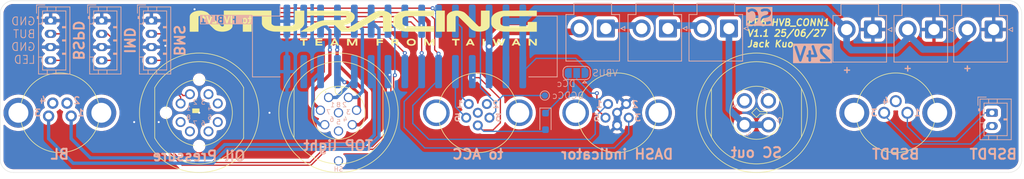
<source format=kicad_pcb>
(kicad_pcb (version 20240108) (generator "pcbnew") (generator_version "8.0")
  (title_block (title "HVB_CONN1") (date "2025-06-27") (rev "1.1") (company "NTURacing") (comment 1 "Jack Kuo"))
  (layers (0 "F.Cu" signal) (31 "B.Cu" signal) (34 "B.Paste" user) (35 "F.Paste" user) (36 "B.SilkS" user "B.Silkscreen") (37 "F.SilkS" user "F.Silkscreen") (38 "B.Mask" user) (39 "F.Mask" user) (44 "Edge.Cuts" user))
  (net 0 "")
  (net 1 "VBUS")
  (net 2 "/BMS_IND_LIGHT")
  (net 3 "/IMD_RESET_BUTTON")
  (net 4 "/TSSI_GREEN+")
  (net 6 "/TSSI_GREEN-")
  (net 7 "/IMD_FAULT_SIG")
  (net 8 "/DCDC_CONTROL")
  (net 9 "/DC_CONTROL")
  (net 10 "/SCout")
  (net 11 "/RTML_AMBER+")
  (net 12 "/BMS_FAULT_SIG")
  (net 13 "/TSSI_RED-")
  (net 14 "/BRAKE_SENSE_N")
  (net 15 "/BSPD_RESET_BUTTON")
  (net 16 "GND")
  (net 18 "/RTML_AMBER-")
  (net 19 "/BRAKE_LIGHT+")
  (net 20 "/BRAKE_SENSE_P")
  (net 21 "/BSPD_IND_LIGHT")
  (net 22 "/BMS_RESET_BUTTON")
  (net 23 "/BRAKE_LIGHT-")
  (net 24 "/TSSI_RED+")
  (net 25 "/IMD_IND_LIGHT")
  (net 26 "/HVpresent_ACC")
  (net 27 "/SCoutBOX")
  (net 29 "Net-(J6-Pin_1)")
  (net 30 "Net-(J12-Pin_2)")
  (net 31 "Net-(J12-Pin_1)")
  (net 37 "Net-(J7-Pin_1)")
  (net 42 "Net-(D1-K)")
  (net 55 "Net-(J15-Pin_5)")
  (footprint "nturt_kicad_lib_EP6:WP-03F3-09-11" (layer "F.Cu") (at 226 100)
    (property "Reference" "J16" (hide yes))
    (property "Value" "BSPDT")
  )
  (footprint "nturt_kicad_lib_EP6:NianYeong-M12-A-F8P-Shield" (layer "F.Cu") (at 142 100)
    (property "Reference" "J17" (hide yes))
    (property "Value" "TSSI_RTML")
  )
  (footprint "nturt_kicad_lib_EP6:NianYeong-M12-X-F4P" (layer "F.Cu") (at 121 100)
    (property "Reference" "J13" (hide yes))
    (property "Value" "Oil Pressure")
  )
  (footprint "nturt_kicad_lib_EP6:NianYeong-M12-T-M4P" (layer "F.Cu") (at 205 100 -45)
    (property "Reference" "J14" (hide yes))
    (property "Value" "SCout")
  )
  (footprint "nturt_kicad_lib_EP6:WP-06F3-09-11" (layer "F.Cu") (at 163 100)
    (property "Reference" "J18" (hide yes))
    (property "Value" "toACC")
  )
  (footprint "nturt_kicad_lib_EP6:WP-04F3-26-11" (layer "F.Cu") (at 100 100)
    (property "Reference" "J19" (hide yes))
    (property "Value" "BL_BAK")
  )
  (footprint "nturt_kicad_lib_EP6:WP-06F3-09-11" (layer "F.Cu") (at 184 100)
    (property "Reference" "J15" (hide yes))
    (property "Value" "DASH_IND")
  )
  (footprint "nturt_kicad_lib_EP6:IDC-Header_2x15_P2.54mm_Vertical_SMD" (layer "B.Cu") (at 152 90 -90)
    (property "Reference" "J1" (hide yes))
    (property "Value" "HVBLV1")
  )
  (footprint "Connector_JST:JST_VH_B2P-VH_1x02_P3.96mm_Vertical" (layer "B.Cu") (at 222.555 87.45 180)
    (property "Reference" "J3" (hide yes))
    (property "Value" "PWRout")
  )
  (footprint "Connector_JST:JST_PH_B4B-PH-K_1x04_P2.00mm_Vertical" (layer "B.Cu") (at 113.8 86.1 -90)
    (property "Reference" "J9" (hide yes))
    (property "Value" "BMS_RESET")
  )
  (footprint "TestPoint:TestPoint_Pad_D1.0mm" (layer "B.Cu") (at 173.1 97.4 180)
    (property "Reference" "TP1" (hide yes))
    (property "Value" "DCDC_control")
  )
  (footprint "Connector_JST:JST_PH_B2B-PH-K_1x02_P2.00mm_Vertical" (layer "B.Cu") (at 240.5 100 -90)
    (property "Reference" "J12" (hide yes))
    (property "Value" "BSPDTinbox")
  )
  (footprint "Connector_JST:JST_PH_B4B-PH-K_1x04_P2.00mm_Vertical" (layer "B.Cu") (at 106.3 86.1 -90)
    (property "Reference" "J10" (hide yes))
    (property "Value" "IMD_RESET")
  )
  (footprint "Jumper:SolderJumper-3_P1.3mm_Open_RoundedPad1.0x1.5mm" (layer "B.Cu") (at 177.9 94 180)
    (property "Reference" "JP1" (hide yes))
    (property "Value" "SB_light")
  )
  (footprint "Connector_JST:JST_VH_B2P-VH_1x02_P3.96mm_Vertical" (layer "B.Cu") (at 191.6575 87.3 180)
    (property "Reference" "J7" (hide yes))
    (property "Value" "SCinterlock2")
  )
  (footprint "Diode_SMD:D_SOD-323_HandSoldering" (layer "B.Cu") (at 173.2 101.3 -90)
    (property "Reference" "D1" (hide yes))
    (property "Value" "1N4148")
  )
  (footprint "Connector_JST:JST_PH_B4B-PH-K_1x04_P2.00mm_Vertical" (layer "B.Cu") (at 98.6 86.1 -90)
    (property "Reference" "J11" (hide yes))
    (property "Value" "BSPD_RESET")
  )
  (footprint "Connector_JST:JST_VH_B2P-VH_1x02_P3.96mm_Vertical" (layer "B.Cu") (at 200.8575 87.3 180)
    (property "Reference" "J8" (hide yes))
    (property "Value" "SCinterlock3")
  )
  (footprint "Connector_JST:JST_VH_B2P-VH_1x02_P3.96mm_Vertical" (layer "B.Cu") (at 182.3 87.3 180)
    (property "Reference" "J6" (hide yes))
    (property "Value" "SCinterlock1")
  )
  (footprint "Connector_JST:JST_VH_B2P-VH_1x02_P3.96mm_Vertical" (layer "B.Cu") (at 240.7575 87.45 180)
    (property "Reference" "J4" (hide yes))
    (property "Value" "PWRout")
  )
  (footprint "Connector_JST:JST_VH_B2P-VH_1x02_P3.96mm_Vertical" (layer "B.Cu") (at 231.7575 87.45 180)
    (property "Reference" "J2" (hide yes))
    (property "Value" "PWRfromLVBAT")
  )
  (gr_poly (pts (xy 171.29091 89.204454) (xy 171.630984 89.551588) (xy 171.630984 88.857322) (xy 171.899099 88.857322) (xy 171.899099 89.873322) (xy 171.605583 89.873322) (xy 171.26551 89.523366) (xy 170.925432 89.174822) (xy 170.925432 89.873322) (xy 170.657317 89.873322) (xy 170.657317 88.857322) (xy 170.950832 88.857322)) (stroke (width -0.000001)) (fill solid) (layer "F.SilkS"))
  (gr_poly (pts (xy 165.622473 89.188933) (xy 165.673847 89.317542) (xy 165.717019 89.423001) (xy 165.734123 89.463617) (xy 165.74749 89.494328) (xy 165.756558 89.513761) (xy 165.759304 89.51882) (xy 165.760199 89.520109) (xy 165.760764 89.520544) (xy 165.762207 89.51882) (xy 165.764904 89.513761) (xy 165.773773 89.494328) (xy 165.803451 89.423001) (xy 165.8453 89.317542) (xy 165.894821 89.188933) (xy 166.021819 88.857322) (xy 166.175632 88.860144) (xy 166.328029 88.864377) (xy 166.35343 88.927877) (xy 166.480432 89.272189) (xy 166.583445 89.551588) (xy 166.72032 89.208688) (xy 166.858611 88.864377) (xy 167.00113 88.860144) (xy 167.02994 88.85981) (xy 167.056715 88.859857) (xy 167.080878 88.860268) (xy 167.10185 88.861026) (xy 167.110958 88.86153) (xy 167.119051 88.862114) (xy 167.126056 88.862778) (xy 167.131902 88.863517) (xy 167.136516 88.864331) (xy 167.139826 88.865218) (xy 167.140969 88.865688) (xy 167.141759 88.866175) (xy 167.142187 88.866679) (xy 167.142243 88.8672) (xy 167.126412 88.910216) (xy 167.083329 89.019776) (xy 166.941862 89.372377) (xy 166.741486 89.866266) (xy 166.433864 89.866266) (xy 166.306862 89.537478) (xy 166.256746 89.410632) (xy 166.234557 89.355634) (xy 166.214965 89.307996) (xy 166.198481 89.269022) (xy 166.185619 89.24002) (xy 166.180707 89.229666) (xy 166.176891 89.222295) (xy 166.174238 89.218071) (xy 166.173367 89.217189) (xy 166.17281 89.217155) (xy 166.170076 89.221747) (xy 166.165225 89.231927) (xy 166.150232 89.266544) (xy 166.129947 89.315977) (xy 166.106486 89.3752) (xy 166.045102 89.533773) (xy 165.979485 89.699755) (xy 165.913166 89.873322) (xy 165.611189 89.873322) (xy 165.410808 89.3752) (xy 165.333066 89.181922) (xy 165.269346 89.021716) (xy 165.226263 88.911253) (xy 165.214527 88.879883) (xy 165.210432 88.8672) (xy 165.210616 88.866675) (xy 165.211164 88.866159) (xy 165.213309 88.865155) (xy 165.216794 88.864192) (xy 165.221544 88.863275) (xy 165.234542 88.861594) (xy 165.251707 88.860144) (xy 165.272444 88.858959) (xy 165.296158 88.858071) (xy 165.322253 88.857515) (xy 165.350134 88.857322) (xy 165.489831 88.857322)) (stroke (width -0.000001)) (fill solid) (layer "F.SilkS"))
  (gr_poly (pts (xy 164.787097 85.771222) (xy 164.78694 86.110795) (xy 164.786369 86.381461) (xy 164.785236 86.591439) (xy 164.783393 86.748946) (xy 164.780689 86.862201) (xy 164.778968 86.904803) (xy 164.776976 86.939423) (xy 164.774695 86.967091) (xy 164.772106 86.988832) (xy 164.769191 87.005674) (xy 164.76593 87.018644) (xy 164.751503 87.061364) (xy 164.733943 87.103242) (xy 164.71333 87.144242) (xy 164.689747 87.184323) (xy 164.634001 87.261575) (xy 164.567362 87.334689) (xy 164.490486 87.403355) (xy 164.404031 87.467262) (xy 164.308655 87.526101) (xy 164.205015 87.579561) (xy 164.093768 87.627333) (xy 163.975571 87.669106) (xy 163.851083 87.70457) (xy 163.720959 87.733416) (xy 163.585858 87.755333) (xy 163.446437 87.770012) (xy 163.303353 87.777141) (xy 163.157263 87.776411) (xy 163.086186 87.773152) (xy 163.016343 87.768132) (xy 162.947712 87.761342) (xy 162.880268 87.752775) (xy 162.813991 87.742422) (xy 162.748856 87.730274) (xy 162.684842 87.716324) (xy 162.621925 87.700564) (xy 162.560083 87.682984) (xy 162.499293 87.663577) (xy 162.439533 87.642335) (xy 162.380779 87.619248) (xy 162.323008 87.59431) (xy 162.266199 87.567511) (xy 162.210328 87.538844) (xy 162.155373 87.5083) (xy 162.115345 87.482431) (xy 162.065328 87.443433) (xy 161.996129 87.38254) (xy 161.898553 87.290989) (xy 161.581494 86.980853) (xy 161.040598 86.442911) (xy 160.586375 85.991973) (xy 160.40979 85.818032) (xy 160.26537 85.677031) (xy 160.151971 85.567912) (xy 160.068453 85.489618) (xy 160.037543 85.461699) (xy 160.013676 85.441089) (xy 159.996707 85.427655) (xy 159.986496 85.421267) (xy 159.976374 85.417516) (xy 159.965877 85.414197) (xy 159.955043 85.411302) (xy 159.94391 85.408826) (xy 159.932517 85.406761) (xy 159.920902 85.4051) (xy 159.897157 85.402966) (xy 159.872982 85.40237) (xy 159.848683 85.403259) (xy 159.824566 85.405577) (xy 159.800937 85.409272) (xy 159.778102 85.41429) (xy 159.756366 85.420578) (xy 159.736036 85.42808) (xy 159.726494 85.432271) (xy 159.717418 85.436745) (xy 159.708846 85.441496) (xy 159.700817 85.446517) (xy 159.693369 85.451802) (xy 159.686539 85.457344) (xy 159.680368 85.463135) (xy 159.674891 85.469171) (xy 159.670149 85.475443) (xy 159.666179 85.481944) (xy 159.662269 85.505407) (xy 159.658988 85.561694) (xy 159.65418 85.777043) (xy 159.651489 86.13659) (xy 159.650652 86.648933) (xy 159.650652 87.786289) (xy 158.987429 87.784878) (xy 158.324211 87.783466) (xy 158.324211 86.613655) (xy 158.324324 86.238636) (xy 158.32485 85.952418) (xy 158.325356 85.838444) (xy 158.326071 85.741672) (xy 158.32703 85.660436) (xy 158.328268 85.593069) (xy 158.329819 85.537907) (xy 158.33172 85.493283) (xy 158.334006 85.45753) (xy 158.336711 85.428984) (xy 158.338232 85.416892) (xy 158.33987 85.405977) (xy 158.341632 85.39603) (xy 158.34352 85.386843) (xy 158.347694 85.369917) (xy 158.352429 85.353533) (xy 158.366062 85.31455) (xy 158.382577 85.275958) (xy 158.401911 85.237816) (xy 158.424002 85.200185) (xy 158.448788 85.163125) (xy 158.476208 85.126694) (xy 158.506199 85.090955) (xy 158.5387 85.055965) (xy 158.573647 85.021786) (xy 158.61098 84.988477) (xy 158.650637 84.956099) (xy 158.692555 84.92471) (xy 158.736672 84.894371) (xy 158.782926 84.865143) (xy 158.831256 84.837084) (xy 158.881599 84.810256) (xy 158.915208 84.794115) (xy 158.9523 84.778032) (xy 158.992521 84.762097) (xy 159.035519 84.746403) (xy 159.128429 84.716097) (xy 159.228201 84.687842) (xy 159.332008 84.662365) (xy 159.437023 84.640393) (xy 159.540417 84.622655) (xy 159.639362 84.609878) (xy 159.698633 84.605568) (xy 159.77009 84.603175) (xy 159.849782 84.602635) (xy 159.933758 84.603881) (xy 160.018064 84.606846) (xy 160.098748 84.611465) (xy 160.171859 84.617672) (xy 160.233445 84.6254) (xy 160.293714 84.635512) (xy 160.35815 84.648617) (xy 160.425233 84.664269) (xy 160.493441 84.682021) (xy 160.561251 84.701426) (xy 160.627144 84.722039) (xy 160.689596 84.743413) (xy 160.747087 84.7651) (xy 160.840102 84.804487) (xy 160.882294 84.824932) (xy 160.924203 84.848157) (xy 160.967774 84.875872) (xy 161.014953 84.909786) (xy 161.067683 84.951608) (xy 161.12791 85.003049) (xy 161.278638 85.141621) (xy 161.482695 85.33918) (xy 162.113044 85.965956) (xy 162.500966 86.350263) (xy 162.823536 86.666572) (xy 162.949979 86.789058) (xy 163.047681 86.88234) (xy 163.112509 86.942351) (xy 163.131304 86.958608) (xy 163.140329 86.965022) (xy 163.148833 86.968028) (xy 163.157655 86.970701) (xy 163.176142 86.975062) (xy 163.195564 86.978147) (xy 163.215693 86.979993) (xy 163.236301 86.98064) (xy 163.257161 86.980128) (xy 163.278046 86.978495) (xy 163.298728 86.975782) (xy 163.318981 86.972026) (xy 163.338576 86.967268) (xy 163.357286 86.961547) (xy 163.374884 86.954902) (xy 163.391142 86.947372) (xy 163.405834 86.938996) (xy 163.412521 86.934504) (xy 163.418731 86.929815) (xy 163.424436 86.924934) (xy 163.429607 86.919866) (xy 163.460652 86.887411) (xy 163.463474 85.744411) (xy 163.467707 84.602822) (xy 164.128108 84.6) (xy 164.787097 84.597178)) (stroke (width -0.000001)) (fill solid) (layer "F.SilkS"))
  (gr_poly (pts (xy 155.111111 88.860144) (xy 155.297375 88.864377) (xy 155.494929 89.234088) (xy 155.572144 89.378396) (xy 155.636395 89.496379) (xy 155.661591 89.541735) (xy 155.681066 89.575996) (xy 155.693992 89.597656) (xy 155.697741 89.603291) (xy 155.699543 89.605211) (xy 155.704647 89.598425) (xy 155.7163 89.578973) (xy 155.756341 89.507491) (xy 155.813843 89.401614) (xy 155.882986 89.272189) (xy 156.014926 89.024891) (xy 156.083361 88.898244) (xy 156.108767 88.857322) (xy 156.475652 88.857322) (xy 156.475652 89.874732) (xy 156.338777 89.870499) (xy 156.200486 89.866266) (xy 156.197663 89.536066) (xy 156.196362 89.40803) (xy 156.194665 89.302351) (xy 156.193708 89.261409) (xy 156.192702 89.230274) (xy 156.191663 89.21035) (xy 156.191136 89.205032) (xy 156.190608 89.203044) (xy 156.189185 89.204256) (xy 156.186031 89.208837) (xy 156.17489 89.22743) (xy 156.135754 89.297588) (xy 156.07889 89.402672) (xy 156.009987 89.531832) (xy 155.833596 89.866266) (xy 155.565486 89.866266) (xy 155.386277 89.5276) (xy 155.359133 89.476927) (xy 155.334759 89.431652) (xy 155.313015 89.391549) (xy 155.29376 89.356392) (xy 155.276852 89.325956) (xy 155.262153 89.300016) (xy 155.255587 89.288662) (xy 155.24952 89.278347) (xy 155.243935 89.269043) (xy 155.238814 89.260723) (xy 155.23414 89.253357) (xy 155.229894 89.246919) (xy 155.22606 89.241379) (xy 155.22262 89.236709) (xy 155.219556 89.232882) (xy 155.21685 89.229869) (xy 155.214486 89.227642) (xy 155.213426 89.226814) (xy 155.212445 89.226173) (xy 155.21154 89.225713) (xy 155.21071 89.225433) (xy 155.209951 89.225328) (xy 155.209263 89.225395) (xy 155.208642 89.22563) (xy 155.208087 89.22603) (xy 155.207595 89.226592) (xy 155.207164 89.227311) (xy 155.206792 89.228184) (xy 155.206477 89.229208) (xy 155.206008 89.231695) (xy 155.20574 89.234742) (xy 155.205654 89.238322) (xy 155.204597 89.357914) (xy 155.201421 89.576988) (xy 155.198598 89.866266) (xy 155.061721 89.870499) (xy 154.923432 89.874732) (xy 154.923432 88.855911)) (stroke (width -0.000001)) (fill solid) (layer "F.SilkS"))
  (gr_poly (pts (xy 139.556433 89.083099) (xy 138.825478 89.083099) (xy 138.819834 89.160711) (xy 138.8156 89.238322) (xy 139.514099 89.238322) (xy 139.514099 89.464099) (xy 138.822656 89.464099) (xy 138.822656 89.54171) (xy 138.822593 89.557392) (xy 138.822413 89.572446) (xy 138.822135 89.586508) (xy 138.821774 89.599213) (xy 138.821347 89.610199) (xy 138.82087 89.619101) (xy 138.82036 89.625556) (xy 138.820098 89.627752) (xy 138.819834 89.629199) (xy 138.821257 89.630522) (xy 138.826459 89.63184) (xy 138.847437 89.634447) (xy 138.881249 89.636988) (xy 138.926371 89.63943) (xy 139.044464 89.643884) (xy 139.189543 89.647544) (xy 139.563488 89.654599) (xy 139.563488 89.866266) (xy 139.04561 89.870499) (xy 138.52632 89.873322) (xy 138.52632 88.857322) (xy 139.556433 88.857322)) (stroke (width -0.000001)) (fill solid) (layer "F.SilkS"))
  (gr_poly (pts (xy 161.856218 88.860144) (xy 162.00862 88.864377) (xy 162.146911 89.125433) (xy 162.309649 89.436649) (xy 162.429658 89.667828) (xy 162.503896 89.813019) (xy 162.5229 89.851507) (xy 162.529319 89.866266) (xy 162.528538 89.867027) (xy 162.526245 89.867721) (xy 162.517434 89.868912) (xy 162.503497 89.869838) (xy 162.485045 89.8705) (xy 162.437046 89.871029) (xy 162.378332 89.870499) (xy 162.22593 89.866266) (xy 162.17654 89.771721) (xy 162.127151 89.675766) (xy 161.575412 89.675766) (xy 161.527429 89.774544) (xy 161.479455 89.873322) (xy 161.171833 89.873322) (xy 161.331286 89.5657) (xy 161.379663 89.472075) (xy 161.686737 89.472075) (xy 161.686887 89.472565) (xy 161.688294 89.47331) (xy 161.691399 89.47396) (xy 161.702343 89.474991) (xy 161.719009 89.475692) (xy 161.740686 89.476094) (xy 161.796226 89.476138) (xy 161.863274 89.475388) (xy 162.03261 89.471155) (xy 161.943708 89.294766) (xy 161.856218 89.118377) (xy 161.768733 89.293355) (xy 161.751325 89.32849) (xy 161.735306 89.361441) (xy 161.721008 89.391482) (xy 161.708759 89.417886) (xy 161.698893 89.439923) (xy 161.691738 89.456867) (xy 161.689281 89.463202) (xy 161.687626 89.467991) (xy 161.686814 89.471142) (xy 161.686737 89.472075) (xy 161.379663 89.472075) (xy 161.467635 89.301822) (xy 161.529129 89.184303) (xy 161.575412 89.097211) (xy 161.610798 89.031153) (xy 161.642613 88.970916) (xy 161.667285 88.923379) (xy 161.675827 88.906523) (xy 161.681242 88.895422) (xy 161.702409 88.855911)) (stroke (width -0.000001)) (fill solid) (layer "F.SilkS"))
  (gr_poly (pts (xy 141.428841 88.857388) (xy 141.445904 88.857586) (xy 141.461835 88.857917) (xy 141.476645 88.85838) (xy 141.490348 88.858976) (xy 141.502955 88.859703) (xy 141.514478 88.860563) (xy 141.524932 88.861555) (xy 141.534326 88.86268) (xy 141.542675 88.863936) (xy 141.549991 88.865325) (xy 141.556285 88.866847) (xy 141.56157 88.8685) (xy 141.563839 88.869377) (xy 141.56586 88.870286) (xy 141.567635 88.871229) (xy 141.569165 88.872204) (xy 141.570452 88.873213) (xy 141.571499 88.874255) (xy 141.590284 88.907504) (xy 141.631824 88.984674) (xy 141.689768 89.094123) (xy 141.757766 89.22421) (xy 141.90417 89.505022) (xy 141.968111 89.626642) (xy 142.01459 89.713866) (xy 142.097844 89.873322) (xy 141.7874 89.873322) (xy 141.739421 89.777366) (xy 141.691445 89.682822) (xy 141.414868 89.678588) (xy 141.136877 89.675766) (xy 141.087487 89.774544) (xy 141.038098 89.873322) (xy 140.889931 89.873322) (xy 140.862243 89.873244) (xy 140.83782 89.872966) (xy 140.816523 89.872419) (xy 140.807002 89.872024) (xy 140.79821 89.871536) (xy 140.790129 89.870946) (xy 140.782742 89.870247) (xy 140.77603 89.869429) (xy 140.769977 89.868485) (xy 140.764565 89.867405) (xy 140.759775 89.866181) (xy 140.755592 89.864804) (xy 140.751996 89.863267) (xy 140.748971 89.86156) (xy 140.746499 89.859676) (xy 140.745465 89.858664) (xy 140.744563 89.857604) (xy 140.74379 89.856496) (xy 140.743144 89.855338) (xy 140.742623 89.854129) (xy 140.742225 89.852868) (xy 140.741789 89.850186) (xy 140.741819 89.847283) (xy 140.742295 89.844151) (xy 140.743202 89.840781) (xy 140.744521 89.837166) (xy 140.746235 89.833295) (xy 140.748326 89.829161) (xy 140.750777 89.824755) (xy 140.75357 89.820069) (xy 140.760112 89.809822) (xy 140.785533 89.764953) (xy 140.839662 89.663595) (xy 140.936489 89.478211) (xy 141.235654 89.478211) (xy 141.412043 89.478211) (xy 141.447578 89.478081) (xy 141.480681 89.477703) (xy 141.510643 89.477094) (xy 141.536751 89.47627) (xy 141.558295 89.475248) (xy 141.574564 89.474043) (xy 141.580498 89.473378) (xy 141.584847 89.472673) (xy 141.587521 89.471932) (xy 141.588203 89.471548) (xy 141.588432 89.471155) (xy 141.586704 89.46618) (xy 141.581752 89.454905) (xy 141.563562 89.416298) (xy 141.536641 89.361022) (xy 141.503767 89.294766) (xy 141.470627 89.229017) (xy 141.455918 89.20026) (xy 141.442912 89.175175) (xy 141.431957 89.154454) (xy 141.423399 89.138794) (xy 141.417587 89.128889) (xy 141.415819 89.126311) (xy 141.415239 89.125654) (xy 141.414868 89.125433) (xy 141.412546 89.129018) (xy 141.406885 89.139301) (xy 141.386997 89.177115) (xy 141.323144 89.301821) (xy 141.235654 89.478211) (xy 140.936489 89.478211) (xy 141.002822 89.35121) (xy 141.090332 89.181458) (xy 141.165275 89.037767) (xy 141.244121 88.888366) (xy 141.247743 88.883367) (xy 141.251334 88.878929) (xy 141.255094 88.875021) (xy 141.259224 88.871609) (xy 141.263925 88.86866) (xy 141.269397 88.866141) (xy 141.27584 88.864019) (xy 141.283456 88.862261) (xy 141.292444 88.860833) (xy 141.303005 88.859703) (xy 141.315339 88.858838) (xy 141.329648 88.858204) (xy 141.364989 88.857498) (xy 141.410632 88.857322)) (stroke (width -0.000001)) (fill solid) (layer "F.SilkS"))
  (gr_poly (pts (xy 163.867053 88.860144) (xy 164.003933 88.864377) (xy 164.003933 89.866266) (xy 163.867053 89.870499) (xy 163.728762 89.874732) (xy 163.728762 88.855911)) (stroke (width -0.000001)) (fill solid) (layer "F.SilkS"))
  (gr_poly (pts (xy 144.656189 88.860144) (xy 144.841042 88.864377) (xy 144.841042 89.866266) (xy 144.704167 89.870499) (xy 144.565876 89.874732) (xy 144.565876 89.174822) (xy 144.383845 89.520544) (xy 144.201809 89.866266) (xy 144.069167 89.870499) (xy 143.936523 89.874732) (xy 143.754487 89.52901) (xy 143.571042 89.183288) (xy 143.566809 89.52901) (xy 143.563986 89.874732) (xy 143.425698 89.870499) (xy 143.28882 89.866266) (xy 143.284587 89.379432) (xy 143.284059 89.1888) (xy 143.284588 89.030183) (xy 143.286175 88.920249) (xy 143.287365 88.888747) (xy 143.28806 88.879773) (xy 143.28882 88.875666) (xy 143.290169 88.873134) (xy 143.292663 88.870826) (xy 143.296355 88.868733) (xy 143.301301 88.866847) (xy 143.307552 88.865158) (xy 143.315164 88.863661) (xy 143.334683 88.861202) (xy 143.360288 88.859405) (xy 143.392407 88.858204) (xy 143.431472 88.857531) (xy 143.477912 88.857322) (xy 143.661357 88.857322) (xy 143.861733 89.232677) (xy 143.890544 89.286621) (xy 143.916733 89.335349) (xy 143.940426 89.379071) (xy 143.961746 89.417996) (xy 143.980816 89.452331) (xy 143.997762 89.482287) (xy 144.012707 89.508071) (xy 144.025775 89.529892) (xy 144.03709 89.54796) (xy 144.042129 89.555652) (xy 144.046777 89.562483) (xy 144.051048 89.56848) (xy 144.054958 89.57367) (xy 144.058523 89.578077) (xy 144.061759 89.581729) (xy 144.06468 89.584651) (xy 144.067303 89.586869) (xy 144.069642 89.58841) (xy 144.071714 89.5893) (xy 144.072654 89.589508) (xy 144.073533 89.589564) (xy 144.074353 89.58947) (xy 144.075116 89.589229) (xy 144.075824 89.588845) (xy 144.076478 89.588321) (xy 144.077634 89.586866) (xy 144.098711 89.550839) (xy 144.14466 89.46798) (xy 144.283654 89.21151) (xy 144.472746 88.855911)) (stroke (width -0.000001)) (fill solid) (layer "F.SilkS"))
  (gr_poly (pts (xy 152.98981 88.835361) (xy 153.018432 88.836155) (xy 153.074247 88.839794) (xy 153.127408 88.845426) (xy 153.153 88.848992) (xy 153.177939 88.853059) (xy 153.202226 88.857629) (xy 153.225866 88.862701) (xy 153.24886 88.868279) (xy 153.271213 88.874361) (xy 153.292927 88.88095) (xy 153.314005 88.888046) (xy 153.334451 88.895651) (xy 153.354267 88.903766) (xy 153.373457 88.912391) (xy 153.392024 88.921527) (xy 153.409971 88.931176) (xy 153.4273 88.941339) (xy 153.444016 88.952017) (xy 153.460121 88.96321) (xy 153.475618 88.97492) (xy 153.490511 88.987148) (xy 153.504802 88.999895) (xy 153.518495 89.013161) (xy 153.531592 89.026949) (xy 153.544097 89.041258) (xy 153.556013 89.05609) (xy 153.567343 89.071447) (xy 153.57809 89.087328) (xy 153.588257 89.103736) (xy 153.597848 89.12067) (xy 153.606865 89.138133) (xy 153.618691 89.162712) (xy 153.623611 89.173932) (xy 153.627921 89.184744) (xy 153.63166 89.195373) (xy 153.634869 89.206048) (xy 153.637585 89.216996) (xy 153.639849 89.228444) (xy 153.6417 89.24062) (xy 153.643176 89.25375) (xy 153.644318 89.268063) (xy 153.645164 89.283786) (xy 153.646126 89.32037) (xy 153.646377 89.365322) (xy 153.646084 89.407528) (xy 153.645688 89.425988) (xy 153.645098 89.442889) (xy 153.644292 89.458384) (xy 153.643251 89.472627) (xy 153.641954 89.48577) (xy 153.640379 89.497966) (xy 153.638507 89.509369) (xy 153.636317 89.52013) (xy 153.633787 89.530404) (xy 153.630898 89.540343) (xy 153.627629 89.550101) (xy 153.623958 89.559829) (xy 153.619866 89.569681) (xy 153.615332 89.579811) (xy 153.595935 89.617745) (xy 153.573728 89.653233) (xy 153.548715 89.686272) (xy 153.520897 89.716865) (xy 153.490276 89.74501) (xy 153.456854 89.770708) (xy 153.420633 89.793958) (xy 153.381616 89.814761) (xy 153.339804 89.833116) (xy 153.295199 89.849024) (xy 153.247804 89.862485) (xy 153.197621 89.873498) (xy 153.144651 89.882064) (xy 153.088896 89.888183) (xy 153.03036 89.891854) (xy 152.969043 89.893077) (xy 152.929778 89.892578) (xy 152.891625 89.891081) (xy 152.85459 89.888591) (xy 152.818677 89.88511) (xy 152.78389 89.880642) (xy 152.750235 89.87519) (xy 152.717715 89.868758) (xy 152.686336 89.861349) (xy 152.656102 89.852967) (xy 152.627017 89.843614) (xy 152.599087 89.833295) (xy 152.572317 89.822012) (xy 152.54671 89.809769) (xy 152.522271 89.796569) (xy 152.499006 89.782415) (xy 152.476918 89.767312) (xy 152.456012 89.751262) (xy 152.436294 89.734268) (xy 152.417767 89.716335) (xy 152.400436 89.697465) (xy 152.384307 89.677661) (xy 152.369383 89.656928) (xy 152.355669 89.635268) (xy 152.34317 89.612685) (xy 152.331891 89.589182) (xy 152.321836 89.564763) (xy 152.31301 89.53943) (xy 152.305417 89.513188) (xy 152.299063 89.486039) (xy 152.293951 89.457987) (xy 152.290087 89.429036) (xy 152.287475 89.399188) (xy 152.28635 89.371301) (xy 152.286359 89.366732) (xy 152.566875 89.366732) (xy 152.567349 89.386025) (xy 152.568766 89.404743) (xy 152.571117 89.422879) (xy 152.574396 89.44043) (xy 152.578593 89.457389) (xy 152.583702 89.473752) (xy 152.589713 89.489514) (xy 152.596618 89.504669) (xy 152.604411 89.519212) (xy 152.613082 89.533138) (xy 152.622624 89.546441) (xy 152.633029 89.559118) (xy 152.644289 89.571162) (xy 152.656395 89.582568) (xy 152.66934 89.593331) (xy 152.683116 89.603447) (xy 152.697714 89.612909) (xy 152.713127 89.621712) (xy 152.729347 89.629853) (xy 152.746365 89.637324) (xy 152.764174 89.644122) (xy 152.782766 89.650241) (xy 152.822266 89.66042) (xy 152.8648 89.667822) (xy 152.910304 89.672404) (xy 152.958715 89.674125) (xy 153.009968 89.672944) (xy 153.054503 89.669303) (xy 153.075648 89.666733) (xy 153.096047 89.663661) (xy 153.115704 89.660085) (xy 153.134619 89.656002) (xy 153.152796 89.651411) (xy 153.170237 89.646309) (xy 153.186945 89.640695) (xy 153.202921 89.634565) (xy 153.218167 89.627919) (xy 153.232687 89.620755) (xy 153.246482 89.613069) (xy 153.259555 89.60486) (xy 153.271909 89.596127) (xy 153.283545 89.586866) (xy 153.294465 89.577076) (xy 153.304673 89.566755) (xy 153.31417 89.5559) (xy 153.322959 89.544511) (xy 153.331042 89.532583) (xy 153.338422 89.520117) (xy 153.3451 89.507108) (xy 153.351079 89.493556) (xy 153.356362 89.479459) (xy 153.36095 89.464813) (xy 153.364846 89.449618) (xy 153.368053 89.433871) (xy 153.370573 89.41757) (xy 153.372407 89.400713) (xy 153.373559 89.383297) (xy 153.37403 89.365322) (xy 153.373416 89.341521) (xy 153.371561 89.318785) (xy 153.370163 89.307808) (xy 153.36845 89.297087) (xy 153.366417 89.286619) (xy 153.364065 89.2764) (xy 153.36139 89.266427) (xy 153.35839 89.256696) (xy 153.355064 89.247205) (xy 153.351409 89.23795) (xy 153.347424 89.228927) (xy 153.343105 89.220133) (xy 153.338452 89.211566) (xy 153.333462 89.20322) (xy 153.328133 89.195094) (xy 153.322463 89.187184) (xy 153.316449 89.179486) (xy 153.310091 89.171997) (xy 153.303385 89.164714) (xy 153.29633 89.157633) (xy 153.288923 89.150751) (xy 153.281163 89.144064) (xy 153.273048 89.13757) (xy 153.264575 89.131265) (xy 153.255742 89.125145) (xy 153.246547 89.119207) (xy 153.227065 89.107865) (xy 153.206111 89.097211) (xy 153.186924 89.08916) (xy 153.165064 89.081953) (xy 153.140902 89.075606) (xy 153.114807 89.070135) (xy 153.08715 89.065557) (xy 153.058299 89.061888) (xy 153.028626 89.059146) (xy 152.9985 89.057346) (xy 152.968291 89.056506) (xy 152.93837 89.056641) (xy 152.909106 89.057768) (xy 152.88087 89.059904) (xy 152.854031 89.063065) (xy 152.828959 89.067268) (xy 152.806025 89.07253) (xy 152.785598 89.078866) (xy 152.758259 89.089587) (xy 152.732849 89.101132) (xy 152.709345 89.113534) (xy 152.687724 89.126822) (xy 152.667963 89.141028) (xy 152.658773 89.148484) (xy 152.65004 89.156182) (xy 152.64176 89.164125) (xy 152.633932 89.172317) (xy 152.626551 89.180761) (xy 152.619615 89.189462) (xy 152.613122 89.198423) (xy 152.607069 89.207649) (xy 152.601452 89.217143) (xy 152.596269 89.226909) (xy 152.591516 89.236951) (xy 152.587192 89.247272) (xy 152.583294 89.257878) (xy 152.579817 89.268771) (xy 152.576761 89.279955) (xy 152.574121 89.291435) (xy 152.57008 89.315296) (xy 152.567672 89.340385) (xy 152.566875 89.366732) (xy 152.286359 89.366732) (xy 152.286406 89.344002) (xy 152.287636 89.3173) (xy 152.290031 89.291205) (xy 152.293582 89.265726) (xy 152.298282 89.240872) (xy 152.30412 89.216653) (xy 152.31109 89.193078) (xy 152.319182 89.170156) (xy 152.328388 89.147896) (xy 152.3387 89.126308) (xy 152.350108 89.105401) (xy 152.362605 89.085185) (xy 152.376181 89.065668) (xy 152.390828 89.046861) (xy 152.406539 89.028771) (xy 152.423303 89.01141) (xy 152.441113 88.994785) (xy 152.45996 88.978906) (xy 152.479836 88.963783) (xy 152.500732 88.949425) (xy 152.52264 88.93584) (xy 152.54555 88.92304) (xy 152.569456 88.911032) (xy 152.594347 88.899826) (xy 152.620215 88.889431) (xy 152.647053 88.879857) (xy 152.674851 88.871113) (xy 152.7036 88.863208) (xy 152.733293 88.856151) (xy 152.795476 88.844621) (xy 152.816226 88.841711) (xy 152.840829 88.83933) (xy 152.868376 88.837478) (xy 152.897957 88.836155) (xy 152.928663 88.835361) (xy 152.959584 88.835097)) (stroke (width -0.000001)) (fill solid) (layer "F.SilkS"))
  (gr_poly (pts (xy 171.899099 85.442434) (xy 169.412722 85.445256) (xy 166.924929 85.449489) (xy 166.83321 85.481944) (xy 166.795055 85.496418) (xy 166.758886 85.51128) (xy 166.724673 85.526556) (xy 166.692384 85.542269) (xy 166.661989 85.558446) (xy 166.633456 85.575111) (xy 166.606755 85.592288) (xy 166.581855 85.610003) (xy 166.558723 85.62828) (xy 166.53733 85.647144) (xy 166.517645 85.666619) (xy 166.499636 85.686732) (xy 166.483272 85.707506) (xy 166.468522 85.728966) (xy 166.455356 85.751137) (xy 166.443742 85.774045) (xy 166.432969 85.797719) (xy 166.428565 85.809075) (xy 166.424758 85.820832) (xy 166.421506 85.833531) (xy 166.418764 85.847714) (xy 166.416489 85.863924) (xy 166.414638 85.8827) (xy 166.412033 85.930121) (xy 166.410603 85.99431) (xy 166.409875 86.190322) (xy 166.410049 86.29669) (xy 166.410312 86.341029) (xy 166.410735 86.380073) (xy 166.411348 86.414271) (xy 166.412182 86.444074) (xy 166.413268 86.469934) (xy 166.414638 86.4923) (xy 166.416321 86.511624) (xy 166.41835 86.528355) (xy 166.420755 86.542945) (xy 166.423568 86.555844) (xy 166.426818 86.567503) (xy 166.430538 86.578373) (xy 166.434758 86.588903) (xy 166.439509 86.599545) (xy 166.456953 86.633749) (xy 166.47799 86.666476) (xy 166.502507 86.697669) (xy 166.530394 86.727272) (xy 166.561538 86.75523) (xy 166.595829 86.781487) (xy 166.633154 86.805987) (xy 166.673401 86.828674) (xy 166.71646 86.849492) (xy 166.762218 86.868386) (xy 166.810565 86.8853) (xy 166.861387 86.900177) (xy 166.914575 86.912963) (xy 166.970015 86.923601) (xy 167.027597 86.932036) (xy 167.087209 86.938211) (xy 167.277599 86.943393) (xy 167.676877 86.947913) (xy 168.883552 86.952322) (xy 170.516208 86.952322) (xy 170.516208 86.303211) (xy 171.899099 86.303211) (xy 171.899099 87.784878) (xy 169.476218 87.783466) (xy 167.718681 87.778528) (xy 167.148547 87.774339) (xy 166.896706 87.769356) (xy 166.826885 87.762868) (xy 166.758022 87.755024) (xy 166.689887 87.745791) (xy 166.622248 87.735136) (xy 166.554874 87.723026) (xy 166.487533 87.709427) (xy 166.419993 87.694307) (xy 166.352024 87.677633) (xy 166.232368 87.645082) (xy 166.11696 87.608389) (xy 166.006013 87.567711) (xy 165.89974 87.523205) (xy 165.798353 87.475027) (xy 165.702065 87.423336) (xy 165.61109 87.368287) (xy 165.52564 87.310039) (xy 165.445928 87.248748) (xy 165.372167 87.184571) (xy 165.337585 87.15145) (xy 165.30457 87.117666) (xy 165.27315 87.083239) (xy 165.24335 87.04819) (xy 165.215198 87.012536) (xy 165.18872 86.976299) (xy 165.163942 86.939497) (xy 165.140892 86.902151) (xy 165.119596 86.864279) (xy 165.10008 86.825902) (xy 165.082371 86.78704) (xy 165.066496 86.747711) (xy 165.05619 86.719015) (xy 165.04833 86.690385) (xy 165.042586 86.655934) (xy 165.038628 86.609775) (xy 165.036125 86.546021) (xy 165.034746 86.458786) (xy 165.03404 86.190322) (xy 165.034162 86.038463) (xy 165.034746 85.921858) (xy 165.035316 85.874938) (xy 165.036125 85.834623) (xy 165.037215 85.800179) (xy 165.038628 85.770869) (xy 165.040405 85.745959) (xy 165.042586 85.724711) (xy 165.043842 85.71523) (xy 165.045214 85.70639) (xy 165.046709 85.698097) (xy 165.04833 85.69026) (xy 165.051975 85.675585) (xy 165.05619 85.66163) (xy 165.061017 85.647658) (xy 165.066496 85.632933) (xy 165.110941 85.532954) (xy 165.16719 85.436411) (xy 165.234713 85.343602) (xy 165.312979 85.254822) (xy 165.401456 85.170366) (xy 165.499612 85.090529) (xy 165.606917 85.015609) (xy 165.72284 84.945899) (xy 165.846849 84.881696) (xy 165.978413 84.823295) (xy 166.117001 84.770992) (xy 166.262082 84.725082) (xy 166.413124 84.685861) (xy 166.569596 84.653625) (xy 166.730967 84.628669) (xy 166.896706 84.611289) (xy 167.710388 84.602646) (xy 169.469162 84.597178) (xy 171.899099 84.595767)) (stroke (width -0.000001)) (fill solid) (layer "F.SilkS"))
  (gr_poly (pts (xy 158.027873 84.597178) (xy 158.027873 87.784878) (xy 156.701433 87.784878) (xy 156.701433 86.2002) (xy 156.702182 85.583721) (xy 156.704254 85.077308) (xy 156.707384 84.73335) (xy 156.709262 84.638662) (xy 156.711306 84.604233) (xy 156.726667 84.602654) (xy 156.766717 84.601125) (xy 156.9101 84.598413) (xy 157.119891 84.596495) (xy 157.374528 84.595767)) (stroke (width -0.000001)) (fill solid) (layer "F.SilkS"))
  (gr_poly (pts (xy 137.326877 89.083099) (xy 136.903545 89.083099) (xy 136.903545 89.873322) (xy 136.62132 89.873322) (xy 136.62132 89.083099) (xy 136.197988 89.083099) (xy 136.197988 88.857322) (xy 137.326877 88.857322)) (stroke (width -0.000001)) (fill solid) (layer "F.SilkS"))
  (gr_poly (pts (xy 141.156387 84.595902) (xy 141.923902 84.596847) (xy 142.226396 84.597877) (xy 142.481305 84.599413) (xy 142.69357 84.601557) (xy 142.868134 84.60441) (xy 143.009939 84.608073) (xy 143.123928 84.612648) (xy 143.172036 84.615309) (xy 143.215043 84.618236) (xy 143.253567 84.621441) (xy 143.288226 84.624937) (xy 143.319638 84.628738) (xy 143.34842 84.632854) (xy 143.37519 84.6373) (xy 143.400567 84.642088) (xy 143.449608 84.65274) (xy 143.500488 84.664911) (xy 143.583138 84.68658) (xy 143.662752 84.710794) (xy 143.739236 84.73749) (xy 143.812498 84.7666) (xy 143.882444 84.798057) (xy 143.948981 84.831797) (xy 144.012017 84.867753) (xy 144.071458 84.905859) (xy 144.127212 84.946048) (xy 144.179185 84.988254) (xy 144.203725 85.010093) (xy 144.227284 85.032412) (xy 144.249852 85.055202) (xy 144.271417 85.078455) (xy 144.291967 85.102163) (xy 144.31149 85.126317) (xy 144.329975 85.150909) (xy 144.34741 85.175932) (xy 144.363784 85.201376) (xy 144.379085 85.227234) (xy 144.393301 85.253496) (xy 144.406421 85.280156) (xy 144.418652 85.306928) (xy 144.423691 85.318994) (xy 144.428073 85.330559) (xy 144.431842 85.341909) (xy 144.435046 85.35333) (xy 144.437728 85.365106) (xy 144.439935 85.377522) (xy 144.441712 85.390865) (xy 144.443105 85.405419) (xy 144.444158 85.42147) (xy 144.444918 85.439303) (xy 144.445739 85.481454) (xy 144.445932 85.534156) (xy 144.445175 85.581935) (xy 144.443839 85.622438) (xy 144.442896 85.640375) (xy 144.441741 85.656988) (xy 144.44035 85.672444) (xy 144.438701 85.686908) (xy 144.436771 85.700545) (xy 144.434536 85.713521) (xy 144.431975 85.726001) (xy 144.429065 85.738149) (xy 144.425783 85.750133) (xy 144.422106 85.762116) (xy 144.418011 85.774265) (xy 144.413476 85.786744) (xy 144.377434 85.87122) (xy 144.332969 85.95309) (xy 144.280322 86.032199) (xy 144.219735 86.10839) (xy 144.151451 86.181504) (xy 144.075711 86.251386) (xy 143.992757 86.317877) (xy 143.902831 86.380822) (xy 143.806175 86.440063) (xy 143.70303 86.495442) (xy 143.593638 86.546803) (xy 143.478242 86.593988) (xy 143.357082 86.636841) (xy 143.230402 86.675204) (xy 143.098442 86.708921) (xy 142.961445 86.737833) (xy 142.83021 86.763234) (xy 143.0955 87.0257) (xy 143.359377 87.289578) (xy 145.405488 86.0605) (xy 146.876571 85.181201) (xy 147.343825 84.904602) (xy 147.539087 84.791911) (xy 147.592949 84.769149) (xy 147.652219 84.746601) (xy 147.715821 84.724616) (xy 147.782681 84.70354) (xy 147.851723 84.683721) (xy 147.921873 84.665506) (xy 147.992057 84.649243) (xy 148.061198 84.635278) (xy 148.106393 84.627837) (xy 148.154406 84.62139) (xy 148.257321 84.611487) (xy 148.366817 84.605587) (xy 148.47977 84.603704) (xy 148.593054 84.605857) (xy 148.703543 84.612061) (xy 148.808112 84.622333) (xy 148.857199 84.628999) (xy 148.903635 84.636689) (xy 149.013836 84.659063) (xy 149.119887 84.685841) (xy 149.221506 84.716827) (xy 149.318412 84.751827) (xy 149.365009 84.770772) (xy 149.410324 84.790647) (xy 149.454319 84.811429) (xy 149.496961 84.833093) (xy 149.538213 84.855614) (xy 149.578042 84.87897) (xy 149.616411 84.903134) (xy 149.653285 84.928084) (xy 149.68863 84.953794) (xy 149.72241 84.98024) (xy 149.754591 85.007399) (xy 149.785136 85.035245) (xy 149.814011 85.063755) (xy 149.841181 85.092904) (xy 149.86661 85.122669) (xy 149.890264 85.153023) (xy 149.912107 85.183945) (xy 149.932105 85.215408) (xy 149.950221 85.247389) (xy 149.966421 85.279864) (xy 149.98067 85.312807) (xy 149.992932 85.346196) (xy 150.003173 85.380005) (xy 150.011357 85.414211) (xy 150.015664 85.448949) (xy 150.019095 85.51246) (xy 150.023526 85.735592) (xy 150.025047 86.103186) (xy 150.024055 86.634822) (xy 150.019821 87.777822) (xy 149.360832 87.782055) (xy 148.700432 87.784878) (xy 148.700432 85.497467) (xy 148.666567 85.4636) (xy 148.660635 85.458028) (xy 148.654231 85.452691) (xy 148.640114 85.442737) (xy 148.624417 85.433766) (xy 148.607344 85.425809) (xy 148.589096 85.418893) (xy 148.569877 85.413048) (xy 148.549889 85.408303) (xy 148.529335 85.404686) (xy 148.508417 85.402227) (xy 148.487337 85.400954) (xy 148.466299 85.400897) (xy 148.445505 85.402084) (xy 148.425158 85.404545) (xy 148.40546 85.408308) (xy 148.386613 85.413402) (xy 148.36882 85.419856) (xy 147.76028 85.778983) (xy 146.366455 86.612244) (xy 144.413476 87.784878) (xy 142.428044 87.784878) (xy 141.934155 87.290989) (xy 141.440266 86.7971) (xy 140.812321 86.7971) (xy 140.557062 86.797963) (xy 140.348485 86.801091) (xy 140.258969 86.803758) (xy 140.177843 86.807295) (xy 140.104013 86.811803) (xy 140.036387 86.817385) (xy 139.973871 86.82414) (xy 139.915371 86.832171) (xy 139.859794 86.841579) (xy 139.806046 86.852464) (xy 139.753033 86.864929) (xy 139.699664 86.879074) (xy 139.644843 86.895001) (xy 139.587478 86.912811) (xy 139.512713 86.937571) (xy 139.442596 86.964052) (xy 139.368675 86.99675) (xy 139.282501 87.040164) (xy 139.175623 87.098791) (xy 139.039592 87.17713) (xy 138.646267 87.410933) (xy 138.022556 87.784878) (xy 137.129321 87.782055) (xy 136.236089 87.777822) (xy 137.257732 87.163989) (xy 137.900493 86.779241) (xy 138.115279 86.651871) (xy 138.275496 86.55827) (xy 138.393511 86.491258) (xy 138.440559 86.465481) (xy 138.481695 86.443661) (xy 138.518465 86.424899) (xy 138.552416 86.4083) (xy 138.618044 86.378) (xy 138.686845 86.348667) (xy 138.75907 86.320015) (xy 138.912019 86.265221) (xy 139.073335 86.214562) (xy 139.239463 86.168979) (xy 139.406848 86.129416) (xy 139.571934 86.096814) (xy 139.731166 86.072117) (xy 139.807476 86.063027) (xy 139.880988 86.056267) (xy 139.923409 86.052078) (xy 139.961068 86.048153) (xy 139.976789 86.046372) (xy 139.989731 86.044757) (xy 139.999367 86.043341) (xy 140.002779 86.042717) (xy 140.005166 86.042156) (xy 140.106986 86.039245) (xy 140.370997 86.036864) (xy 141.225778 86.033689) (xy 141.648968 86.032512) (xy 141.975254 86.030624) (xy 142.106874 86.029191) (xy 142.220048 86.027314) (xy 142.316702 86.024903) (xy 142.398763 86.021871) (xy 142.468157 86.018127) (xy 142.52681 86.013583) (xy 142.576649 86.008151) (xy 142.619601 86.00174) (xy 142.657592 85.994264) (xy 142.692549 85.985631) (xy 142.726397 85.975754) (xy 142.761064 85.964544) (xy 142.807243 85.947652) (xy 142.851489 85.92882) (xy 142.893655 85.908194) (xy 142.933595 85.885919) (xy 142.971163 85.862139) (xy 143.00621 85.836999) (xy 143.038591 85.810643) (xy 143.068159 85.783217) (xy 143.081842 85.769147) (xy 143.094766 85.754864) (xy 143.106914 85.740386) (xy 143.118267 85.72573) (xy 143.128806 85.710916) (xy 143.138514 85.69596) (xy 143.147372 85.680881) (xy 143.155361 85.665698) (xy 143.162464 85.650427) (xy 143.168661 85.635088) (xy 143.173935 85.619698) (xy 143.178267 85.604276) (xy 143.181639 85.588839) (xy 143.184032 85.573406) (xy 143.185429 85.557994) (xy 143.18581 85.542622) (xy 143.185323 85.528836) (xy 143.184358 85.516004) (xy 143.182868 85.504057) (xy 143.181911 85.498394) (xy 143.180805 85.492925) (xy 143.179544 85.487642) (xy 143.178122 85.482536) (xy 143.176534 85.477599) (xy 143.174772 85.472822) (xy 143.172832 85.468195) (xy 143.170707 85.463711) (xy 143.168391 85.45936) (xy 143.165878 85.455133) (xy 143.163163 85.451023) (xy 143.16024 85.447019) (xy 143.157102 85.443113) (xy 143.153743 85.439297) (xy 143.150159 85.435561) (xy 143.146342 85.431898) (xy 143.142286 85.428297) (xy 143.137987 85.42475) (xy 143.133438 85.421249) (xy 143.128632 85.417785) (xy 143.118229 85.410931) (xy 143.106731 85.404119) (xy 143.094089 85.397278) (xy 143.034821 85.364822) (xy 140.146277 85.360589) (xy 137.25632 85.357767) (xy 137.25632 84.595767) (xy 140.139221 84.595767)) (stroke (width -0.000001)) (fill solid) (layer "F.SilkS"))
  (gr_poly (pts (xy 160.243318 89.083099) (xy 159.819987 89.083099) (xy 159.819987 89.874732) (xy 159.683108 89.870499) (xy 159.544821 89.866266) (xy 159.540588 89.473977) (xy 159.537766 89.083099) (xy 159.114431 89.083099) (xy 159.114431 88.857322) (xy 160.243318 88.857322)) (stroke (width -0.000001)) (fill solid) (layer "F.SilkS"))
  (gr_poly (pts (xy 148.714543 89.083099) (xy 148.023098 89.083099) (xy 148.023098 89.252433) (xy 148.682087 89.252433) (xy 148.684912 89.358266) (xy 148.687734 89.464099) (xy 148.023098 89.464099) (xy 148.023098 89.874732) (xy 147.88622 89.870499) (xy 147.747932 89.866266) (xy 147.743698 89.379432) (xy 147.74317 89.1888) (xy 147.743699 89.030183) (xy 147.745286 88.920249) (xy 147.746477 88.888747) (xy 147.747171 88.879773) (xy 147.747932 88.875666) (xy 147.750004 88.873134) (xy 147.754786 88.870826) (xy 147.773398 88.866847) (xy 147.805603 88.863661) (xy 147.853237 88.861202) (xy 147.918134 88.859405) (xy 148.002131 88.858204) (xy 148.234765 88.857322) (xy 148.714543 88.857322)) (stroke (width -0.000001)) (fill solid) (layer "F.SilkS"))
  (gr_poly (pts (xy 156.412155 84.602822) (xy 156.412155 85.435378) (xy 154.335 85.4382) (xy 153.580825 85.439603) (xy 153.278609 85.440405) (xy 153.020969 85.441485) (xy 152.803902 85.443004) (xy 152.623402 85.445121) (xy 152.475468 85.447993) (xy 152.412461 85.449763) (xy 152.356093 85.451782) (xy 152.305865 85.454069) (xy 152.261275 85.456645) (xy 152.221824 85.45953) (xy 152.18701 85.462743) (xy 152.156334 85.466304) (xy 152.129294 85.470234) (xy 152.10539 85.474551) (xy 152.084122 85.479277) (xy 152.06499 85.48443) (xy 152.047492 85.490031) (xy 152.031129 85.4961) (xy 152.015399 85.502656) (xy 151.983839 85.517312) (xy 151.948808 85.534156) (xy 151.92391 85.546237) (xy 151.9005 85.55818) (xy 151.878512 85.570045) (xy 151.85788 85.581891) (xy 151.838538 85.593778) (xy 151.82042 85.605767) (xy 151.803459 85.617917) (xy 151.78759 85.630288) (xy 151.772746 85.64294) (xy 151.758861 85.655933) (xy 151.745868 85.669327) (xy 151.733703 85.683182) (xy 151.722299 85.697558) (xy 151.711588 85.712515) (xy 151.701507 85.728113) (xy 151.691987 85.744411) (xy 151.649653 85.816378) (xy 151.649653 86.1875) (xy 151.649816 86.297079) (xy 151.650425 86.384416) (xy 151.650954 86.42069) (xy 151.651662 86.452538) (xy 151.652573 86.480339) (xy 151.65371 86.504471) (xy 151.655095 86.525312) (xy 151.65675 86.54324) (xy 151.658699 86.558635) (xy 151.660964 86.571873) (xy 151.663568 86.583334) (xy 151.666534 86.593396) (xy 151.669885 86.602436) (xy 151.673642 86.610833) (xy 151.681954 86.626702) (xy 151.691518 86.642536) (xy 151.702298 86.6583) (xy 151.714256 86.673958) (xy 151.727355 86.689476) (xy 151.741558 86.704818) (xy 151.756828 86.71995) (xy 151.773127 86.734835) (xy 151.790418 86.749439) (xy 151.808664 86.763727) (xy 151.827828 86.777663) (xy 151.847872 86.791213) (xy 151.86876 86.804341) (xy 151.890453 86.817013) (xy 151.912916 86.829192) (xy 151.936111 86.840845) (xy 152.009497 86.876822) (xy 152.079758 86.903242) (xy 152.18081 86.921658) (xy 152.346568 86.933625) (xy 152.61095 86.940697) (xy 153.007872 86.944429) (xy 154.335 86.948088) (xy 156.419211 86.953734) (xy 156.419211 87.786289) (xy 154.264443 87.780644) (xy 153.123736 87.777227) (xy 152.737367 87.775063) (xy 152.450812 87.772354) (xy 152.246939 87.768917) (xy 152.108617 87.764571) (xy 152.058684 87.762) (xy 152.018714 87.759133) (xy 151.986565 87.755948) (xy 151.960097 87.752422) (xy 151.842907 87.732828) (xy 151.729472 87.710563) (xy 151.619811 87.685635) (xy 151.513944 87.658054) (xy 151.411888 87.627827) (xy 151.313663 87.594962) (xy 151.219287 87.559468) (xy 151.128778 87.521353) (xy 151.042155 87.480625) (xy 150.959437 87.437292) (xy 150.880642 87.391364) (xy 150.805789 87.342847) (xy 150.734896 87.291751) (xy 150.667982 87.238083) (xy 150.605066 87.181852) (xy 150.546167 87.123066) (xy 150.522108 87.097129) (xy 150.499611 87.072134) (xy 150.478586 87.047933) (xy 150.458942 87.024377) (xy 150.440588 87.001317) (xy 150.423433 86.978604) (xy 150.407386 86.95609) (xy 150.392355 86.933625) (xy 150.378251 86.911061) (xy 150.364982 86.888249) (xy 150.352457 86.86504) (xy 150.340585 86.841285) (xy 150.329275 86.816836) (xy 150.318437 86.791544) (xy 150.307978 86.765259) (xy 150.29781 86.737833) (xy 150.259709 86.634822) (xy 150.259709 85.745822) (xy 150.29781 85.642811) (xy 150.306483 85.620112) (xy 150.316396 85.595892) (xy 150.327203 85.570878) (xy 150.338555 85.545797) (xy 150.350106 85.521378) (xy 150.361508 85.498349) (xy 150.372413 85.477435) (xy 150.382475 85.459367) (xy 150.396953 85.436239) (xy 150.414758 85.411006) (xy 150.435542 85.384007) (xy 150.458963 85.355584) (xy 150.484673 85.326078) (xy 150.512329 85.295829) (xy 150.541584 85.26518) (xy 150.572094 85.234471) (xy 150.603514 85.204043) (xy 150.635498 85.174237) (xy 150.667701 85.145394) (xy 150.699778 85.117856) (xy 150.731383 85.091963) (xy 150.762172 85.068056) (xy 150.791799 85.046477) (xy 150.819919 85.027567) (xy 150.889897 84.983978) (xy 150.962229 84.942644) (xy 151.036889 84.903571) (xy 151.11385 84.866766) (xy 151.193084 84.832235) (xy 151.274565 84.799984) (xy 151.358267 84.770019) (xy 151.444161 84.742346) (xy 151.532222 84.716972) (xy 151.622422 84.693902) (xy 151.714734 84.673144) (xy 151.809132 84.654703) (xy 151.905589 84.638585) (xy 152.004078 84.624797) (xy 152.104571 84.613344) (xy 152.207043 84.604233) (xy 154.33782 84.601411)) (stroke (width -0.000001)) (fill solid) (layer "F.SilkS"))
  (gr_poly (pts (xy 128.3 84.6) (xy 131.887044 84.602822) (xy 131.8941 85.576489) (xy 131.901156 86.550156) (xy 131.939256 86.616478) (xy 131.948227 86.630539) (xy 131.957708 86.644171) (xy 131.967747 86.657405) (xy 131.978392 86.670276) (xy 131.989691 86.682817) (xy 132.00169 86.695059) (xy 132.014437 86.707037) (xy 132.02798 86.718783) (xy 132.042366 86.730331) (xy 132.057643 86.741714) (xy 132.073859 86.752964) (xy 132.091061 86.764115) (xy 132.109296 86.7752) (xy 132.128612 86.786252) (xy 132.149056 86.797304) (xy 132.170677 86.808389) (xy 132.235368 86.840811) (xy 132.295296 86.864833) (xy 132.329551 86.874087) (xy 132.369909 86.881711) (xy 132.478652 86.892703) (xy 132.640974 86.899064) (xy 132.876321 86.902051) (xy 133.643878 86.902933) (xy 134.019434 86.902826) (xy 134.309679 86.902338) (xy 134.5268 86.901222) (xy 134.611748 86.900351) (xy 134.682984 86.899229) (xy 134.742034 86.897827) (xy 134.790419 86.896112) (xy 134.829664 86.894054) (xy 134.861292 86.891622) (xy 134.886826 86.888785) (xy 134.907789 86.885512) (xy 134.925706 86.881772) (xy 134.942099 86.877533) (xy 134.979487 86.8661) (xy 135.01591 86.853539) (xy 135.051262 86.839911) (xy 135.085438 86.825278) (xy 135.118332 86.809703) (xy 135.149839 86.793247) (xy 135.179854 86.775973) (xy 135.208271 86.757942) (xy 135.234984 86.739216) (xy 135.259889 86.719858) (xy 135.28288 86.69993) (xy 135.303851 86.679493) (xy 135.313546 86.669103) (xy 135.322697 86.658609) (xy 135.33129 86.64802) (xy 135.339313 86.637341) (xy 135.346752 86.626583) (xy 135.353593 86.615751) (xy 135.359824 86.604854) (xy 135.365432 86.5939) (xy 135.375219 86.571405) (xy 135.382608 86.541733) (xy 135.38798 86.493342) (xy 135.391714 86.414689) (xy 135.395793 86.120428) (xy 135.397888 85.566611) (xy 135.40071 84.602822) (xy 136.840044 84.602822) (xy 136.840044 86.6066) (xy 136.80759 86.705378) (xy 136.797912 86.73275) (xy 136.787385 86.759852) (xy 136.775985 86.786709) (xy 136.763691 86.81335) (xy 136.750479 86.8398) (xy 136.736326 86.866087) (xy 136.72121 86.892238) (xy 136.705108 86.918279) (xy 136.687997 86.944238) (xy 136.669855 86.97014) (xy 136.650658 86.996014) (xy 136.630385 87.021886) (xy 136.609011 87.047782) (xy 136.586516 87.07373) (xy 136.562875 87.099757) (xy 136.538066 87.125889) (xy 136.479422 87.183448) (xy 136.416774 87.238632) (xy 136.350186 87.291414) (xy 136.279723 87.341767) (xy 136.205447 87.389664) (xy 136.127425 87.435079) (xy 136.045718 87.477985) (xy 135.960393 87.518354) (xy 135.871512 87.55616) (xy 135.779139 87.591376) (xy 135.68334 87.623975) (xy 135.584177 87.653931) (xy 135.481716 87.681216) (xy 135.376019 87.705803) (xy 135.267152 87.727666) (xy 135.155178 87.746777) (xy 135.014507 87.764725) (xy 134.927272 87.770243) (xy 134.806633 87.773942) (xy 134.398733 87.777337) (xy 133.657988 87.777822) (xy 133.038224 87.77694) (xy 132.805328 87.775739) (xy 132.617824 87.773942) (xy 132.471264 87.771483) (xy 132.3612 87.768297) (xy 132.283184 87.764317) (xy 132.232767 87.759478) (xy 132.110007 87.741058) (xy 131.99099 87.719674) (xy 131.875756 87.695339) (xy 131.764344 87.668064) (xy 131.656793 87.637862) (xy 131.553143 87.604746) (xy 131.453433 87.568728) (xy 131.357701 87.529819) (xy 131.265988 87.488034) (xy 131.178333 87.443383) (xy 131.094775 87.39588) (xy 131.015353 87.345537) (xy 130.940106 87.292366) (xy 130.869074 87.23638) (xy 130.802296 87.177591) (xy 130.739812 87.116011) (xy 130.716185 87.090924) (xy 130.693942 87.066388) (xy 130.673009 87.042295) (xy 130.653315 87.018534) (xy 130.634786 86.994997) (xy 130.617351 86.971573) (xy 130.600937 86.948154) (xy 130.585471 86.924629) (xy 130.570882 86.900889) (xy 130.557098 86.876825) (xy 130.544045 86.852326) (xy 130.531651 86.827284) (xy 130.519844 86.801589) (xy 130.508552 86.775131) (xy 130.497702 86.747801) (xy 130.487223 86.719489) (xy 130.447711 86.6066) (xy 130.443479 86.002644) (xy 130.439244 85.4001) (xy 128.902545 85.4001) (xy 128.902545 87.784878) (xy 127.5761 87.784878) (xy 127.5761 85.4001) (xy 126.037989 85.4001) (xy 126.037989 86.167745) (xy 126.037769 86.454465) (xy 126.037245 86.571069) (xy 126.036225 86.671864) (xy 126.034544 86.758371) (xy 126.032036 86.832113) (xy 126.03042 86.864672) (xy 126.028536 86.89461) (xy 126.026362 86.922117) (xy 126.023878 86.947383) (xy 126.021063 86.970599) (xy 126.017897 86.991954) (xy 126.014359 87.01164) (xy 126.010428 87.029845) (xy 126.006084 87.04676) (xy 126.001306 87.062576) (xy 125.996073 87.077482) (xy 125.990364 87.091669) (xy 125.984159 87.105327) (xy 125.977438 87.118646) (xy 125.970179 87.131816) (xy 125.962362 87.145027) (xy 125.944971 87.172334) (xy 125.9251 87.202089) (xy 125.883887 87.258581) (xy 125.837093 87.312646) (xy 125.784892 87.364206) (xy 125.727456 87.413182) (xy 125.664961 87.459496) (xy 125.597579 87.503069) (xy 125.525484 87.543822) (xy 125.44885 87.581678) (xy 125.367851 87.616556) (xy 125.282659 87.64838) (xy 125.193449 87.67707) (xy 125.100394 87.702548) (xy 125.003668 87.724735) (xy 124.903445 87.743553) (xy 124.799898 87.758923) (xy 124.6932 87.770767) (xy 124.620413 87.776396) (xy 124.546674 87.779553) (xy 124.472219 87.780279) (xy 124.397286 87.778616) (xy 124.322114 87.774605) (xy 124.246939 87.768286) (xy 124.172001 87.759702) (xy 124.097535 87.748895) (xy 124.023781 87.735904) (xy 123.950975 87.720772) (xy 123.879356 87.703539) (xy 123.809161 87.684248) (xy 123.740628 87.662939) (xy 123.673995 87.639655) (xy 123.609499 87.614435) (xy 123.547378 87.587322) (xy 123.477889 87.552954) (xy 123.409773 87.511607) (xy 123.37207 87.484524) (xy 123.329717 87.451144) (xy 123.224411 87.359428) (xy 123.080541 87.224319) (xy 122.884796 87.033681) (xy 122.284434 86.437267) (xy 122.042023 86.195322) (xy 121.833694 85.988401) (xy 121.658339 85.815413) (xy 121.514849 85.675267) (xy 121.402117 85.56687) (xy 121.319036 85.489132) (xy 121.288267 85.461419) (xy 121.264496 85.440962) (xy 121.247583 85.427623) (xy 121.23739 85.421267) (xy 121.218309 85.414533) (xy 121.198248 85.409132) (xy 121.177418 85.405041) (xy 121.15603 85.402239) (xy 121.134295 85.400701) (xy 121.112424 85.400406) (xy 121.090627 85.40133) (xy 121.069115 85.403451) (xy 121.048099 85.406747) (xy 121.02779 85.411193) (xy 121.008399 85.416768) (xy 120.990137 85.42345) (xy 120.973214 85.431214) (xy 120.96532 85.435495) (xy 120.957841 85.440038) (xy 120.950802 85.444841) (xy 120.94423 85.449901) (xy 120.93815 85.455214) (xy 120.93259 85.460778) (xy 120.901545 85.493233) (xy 120.898723 86.636234) (xy 120.894489 87.777822) (xy 120.235501 87.782055) (xy 119.575101 87.784878) (xy 119.575101 86.6066) (xy 119.575214 86.2259) (xy 119.57574 85.936168) (xy 119.576246 85.821141) (xy 119.576961 85.723727) (xy 119.57792 85.642217) (xy 119.579158 85.574901) (xy 119.58071 85.520071) (xy 119.582611 85.476016) (xy 119.583704 85.457495) (xy 119.584897 85.441027) (xy 119.586195 85.426399) (xy 119.587602 85.413395) (xy 119.589124 85.401804) (xy 119.590763 85.39141) (xy 119.592524 85.382001) (xy 119.594413 85.373363) (xy 119.598588 85.357544) (xy 119.603323 85.342244) (xy 119.631665 85.27221) (xy 119.668333 85.204573) (xy 119.713022 85.139516) (xy 119.765424 85.07722) (xy 119.825235 85.017868) (xy 119.892149 84.961641) (xy 119.965859 84.908722) (xy 120.046059 84.859292) (xy 120.132444 84.813533) (xy 120.224708 84.771627) (xy 120.322545 84.733755) (xy 120.425648 84.700101) (xy 120.533712 84.670845) (xy 120.646432 84.64617) (xy 120.7635 84.626257) (xy 120.884612 84.611289) (xy 120.944752 84.606571) (xy 121.017543 84.603969) (xy 121.098701 84.603352) (xy 121.183944 84.604586) (xy 121.268988 84.607541) (xy 121.349551 84.612083) (xy 121.421349 84.61808) (xy 121.4801 84.6254) (xy 121.536116 84.634645) (xy 121.590947 84.644924) (xy 121.644633 84.656245) (xy 121.697213 84.668615) (xy 121.748727 84.682044) (xy 121.799213 84.69654) (xy 121.848711 84.71211) (xy 121.897261 84.728764) (xy 121.9449 84.746509) (xy 121.99167 84.765354) (xy 122.037609 84.785306) (xy 122.082755 84.806375) (xy 122.12715 84.828568) (xy 122.170831 84.851894) (xy 122.213839 84.876361) (xy 122.256212 84.901978) (xy 122.290544 84.92977) (xy 122.355717 84.989114) (xy 122.573888 85.197958) (xy 122.901332 85.519515) (xy 123.328656 85.944789) (xy 123.571472 86.186673) (xy 123.779991 86.393434) (xy 123.955371 86.566196) (xy 124.09877 86.706083) (xy 124.211345 86.814221) (xy 124.294253 86.891733) (xy 124.324944 86.919355) (xy 124.348652 86.939743) (xy 124.365523 86.953037) (xy 124.3757 86.959378) (xy 124.394425 86.966112) (xy 124.413974 86.971513) (xy 124.434181 86.975603) (xy 124.454877 86.978406) (xy 124.475896 86.979943) (xy 124.49707 86.980238) (xy 124.518231 86.979314) (xy 124.539213 86.977193) (xy 124.559847 86.973898) (xy 124.579967 86.969451) (xy 124.599405 86.963876) (xy 124.617993 86.957195) (xy 124.635563 86.949431) (xy 124.65195 86.940606) (xy 124.666985 86.930744) (xy 124.673943 86.925431) (xy 124.6805 86.919866) (xy 124.711545 86.891644) (xy 124.711545 84.595767)) (stroke (width -0.000001)) (fill solid) (layer "F.SilkS"))
  (gr_poly (pts (xy 150.495953 88.857873) (xy 150.55544 88.858661) (xy 150.608541 88.85988) (xy 150.655797 88.861594) (xy 150.697747 88.86387) (xy 150.73493 88.866775) (xy 150.767887 88.870375) (xy 150.797155 88.874735) (xy 150.810575 88.877221) (xy 150.823276 88.879922) (xy 150.835324 88.882846) (xy 150.846787 88.886001) (xy 150.857734 88.889397) (xy 150.86823 88.89304) (xy 150.878344 88.89694) (xy 150.888143 88.901105) (xy 150.907066 88.91026) (xy 150.925538 88.920573) (xy 150.944099 88.93211) (xy 150.960695 88.944578) (xy 150.976066 88.958632) (xy 150.990176 88.97417) (xy 151.00299 88.99109) (xy 151.014473 89.009293) (xy 151.02459 89.028675) (xy 151.033305 89.049137) (xy 151.040584 89.070576) (xy 151.046391 89.092891) (xy 151.05069 89.115982) (xy 151.053448 89.139747) (xy 151.054629 89.164084) (xy 151.054197 89.188893) (xy 151.052118 89.214071) (xy 151.048356 89.239518) (xy 151.042876 89.265133) (xy 151.040423 89.274931) (xy 151.037802 89.284252) (xy 151.034979 89.293147) (xy 151.031919 89.301668) (xy 151.028585 89.309866) (xy 151.024943 89.317793) (xy 151.020959 89.325502) (xy 151.016595 89.333043) (xy 151.011819 89.340468) (xy 151.006594 89.347829) (xy 151.000885 89.355178) (xy 150.994657 89.362566) (xy 150.987875 89.370045) (xy 150.980504 89.377666) (xy 150.972509 89.385482) (xy 150.963855 89.393544) (xy 150.95127 89.404882) (xy 150.939116 89.41546) (xy 150.927689 89.425046) (xy 150.922341 89.429394) (xy 150.917287 89.433408) (xy 150.912564 89.437058) (xy 150.908209 89.440315) (xy 150.904258 89.44315) (xy 150.900751 89.445535) (xy 150.897722 89.44744) (xy 150.895211 89.448836) (xy 150.893253 89.449696) (xy 150.892494 89.449915) (xy 150.891887 89.449988) (xy 150.8905 89.450054) (xy 150.88899 89.450245) (xy 150.887369 89.450556) (xy 150.885647 89.450981) (xy 150.883834 89.451513) (xy 150.881941 89.452147) (xy 150.879977 89.452875) (xy 150.877953 89.453693) (xy 150.87588 89.454593) (xy 150.873767 89.45557) (xy 150.871625 89.456617) (xy 150.869465 89.457728) (xy 150.86513 89.460117) (xy 150.860844 89.462689) (xy 150.85849 89.464986) (xy 150.857294 89.468236) (xy 150.857321 89.472533) (xy 150.858638 89.477968) (xy 150.861311 89.484635) (xy 150.865407 89.492627) (xy 150.87099 89.502038) (xy 150.878129 89.512959) (xy 150.897333 89.539707) (xy 150.923549 89.573615) (xy 150.957306 89.615427) (xy 150.999133 89.665888) (xy 151.05992 89.74103) (xy 151.109727 89.803471) (xy 151.128901 89.827946) (xy 151.143395 89.846863) (xy 151.152564 89.859431) (xy 151.15495 89.863086) (xy 151.155764 89.864855) (xy 151.154966 89.865648) (xy 151.152625 89.866434) (xy 151.143615 89.867964) (xy 151.129347 89.869394) (xy 151.110432 89.870676) (xy 151.087483 89.871759) (xy 151.06111 89.872594) (xy 151.031925 89.873131) (xy 151.000542 89.873322) (xy 150.84532 89.873322) (xy 150.694333 89.689877) (xy 150.543344 89.506433) (xy 150.252653 89.506433) (xy 150.251245 89.650366) (xy 150.250792 89.729336) (xy 150.250586 89.760446) (xy 150.250009 89.786561) (xy 150.24877 89.808119) (xy 150.247812 89.817327) (xy 150.24658 89.825562) (xy 150.245038 89.832877) (xy 150.24315 89.839329) (xy 150.240879 89.844973) (xy 150.23819 89.849862) (xy 150.235046 89.854053) (xy 150.231411 89.8576) (xy 150.227249 89.860559) (xy 150.222524 89.862984) (xy 150.2172 89.86493) (xy 150.21124 89.866453) (xy 150.204608 89.867608) (xy 150.197268 89.868449) (xy 150.180319 89.869411) (xy 150.160105 89.86978) (xy 150.10872 89.870499) (xy 149.970432 89.874732) (xy 149.970432 89.280655) (xy 150.245598 89.280655) (xy 150.482666 89.280655) (xy 150.521162 89.280617) (xy 150.555354 89.280484) (xy 150.585536 89.280227) (xy 150.612002 89.279817) (xy 150.635045 89.279225) (xy 150.654958 89.278423) (xy 150.663833 89.277933) (xy 150.672035 89.27738) (xy 150.679602 89.27676) (xy 150.68657 89.276069) (xy 150.692976 89.275303) (xy 150.698856 89.27446) (xy 150.704247 89.273535) (xy 150.709186 89.272525) (xy 150.71371 89.271425) (xy 150.717855 89.270234) (xy 150.721658 89.268946) (xy 150.725155 89.267558) (xy 150.728384 89.266067) (xy 150.731381 89.264469) (xy 150.734182 89.262761) (xy 150.736825 89.260938) (xy 150.739345 89.258998) (xy 150.741781 89.256936) (xy 150.744168 89.254749) (xy 150.746543 89.252433) (xy 150.749999 89.248752) (xy 150.753224 89.244862) (xy 150.756218 89.240778) (xy 150.758983 89.236514) (xy 150.761518 89.232084) (xy 150.763825 89.227504) (xy 150.765903 89.222787) (xy 150.767753 89.217949) (xy 150.769375 89.213003) (xy 150.770771 89.207963) (xy 150.771941 89.202846) (xy 150.772885 89.197664) (xy 150.773603 89.192433) (xy 150.774097 89.187166) (xy 150.774366 89.181879) (xy 150.774412 89.176586) (xy 150.774234 89.1713) (xy 150.773834 89.166038) (xy 150.773212 89.160813) (xy 150.772367 89.155639) (xy 150.771302 89.150532) (xy 150.770016 89.145505) (xy 150.76851 89.140574) (xy 150.766784 89.135752) (xy 150.764839 89.131054) (xy 150.762676 89.126494) (xy 150.760295 89.122087) (xy 150.757695 89.117848) (xy 150.754879 89.113791) (xy 150.751847 89.10993) (xy 150.748598 89.10628) (xy 150.745134 89.102855) (xy 150.740016 89.0986) (xy 150.734555 89.094805) (xy 150.728507 89.091436) (xy 150.721629 89.088457) (xy 150.713675 89.085835) (xy 150.704403 89.083532) (xy 150.693568 89.081515) (xy 150.680927 89.079748) (xy 150.649249 89.076824) (xy 150.607417 89.074478) (xy 150.553481 89.072431) (xy 150.485488 89.070399) (xy 150.255476 89.066166) (xy 150.249831 89.173411) (xy 150.245598 89.280655) (xy 149.970432 89.280655) (xy 149.970432 88.857322) (xy 150.355666 88.857322)) (stroke (width -0.000001)) (fill solid) (layer "F.SilkS"))
  (gr_poly (pts (xy 169.191174 89.352622) (xy 169.37603 89.706105) (xy 169.433267 89.816568) (xy 169.449153 89.847938) (xy 169.455051 89.860621) (xy 169.455115 89.861279) (xy 169.454782 89.861927) (xy 169.452968 89.863193) (xy 169.449681 89.864413) (xy 169.444997 89.865582) (xy 169.431736 89.86774) (xy 169.413778 89.869617) (xy 169.391719 89.871163) (xy 169.366154 89.872329) (xy 169.337678 89.873065) (xy 169.306887 89.873322) (xy 169.153078 89.873322) (xy 169.105095 89.774544) (xy 169.057121 89.675766) (xy 168.499734 89.675766) (xy 168.453166 89.770311) (xy 168.406599 89.866266) (xy 168.255608 89.870499) (xy 168.22475 89.870894) (xy 168.196076 89.871007) (xy 168.17018 89.870822) (xy 168.147658 89.870323) (xy 168.129105 89.869494) (xy 168.121503 89.86895) (xy 168.115116 89.868317) (xy 168.110019 89.867593) (xy 168.106286 89.866776) (xy 168.104954 89.866332) (xy 168.103991 89.865864) (xy 168.103407 89.865372) (xy 168.10321 89.864855) (xy 168.122767 89.824352) (xy 168.176059 89.719687) (xy 168.306706 89.46745) (xy 168.613996 89.46745) (xy 168.614413 89.467978) (xy 168.616561 89.469027) (xy 168.620387 89.470059) (xy 168.625805 89.471066) (xy 168.641068 89.472974) (xy 168.661656 89.474682) (xy 168.686873 89.476127) (xy 168.716027 89.47724) (xy 168.748421 89.477957) (xy 168.783361 89.478211) (xy 168.958342 89.478211) (xy 168.872263 89.301821) (xy 168.855126 89.266693) (xy 168.838881 89.23378) (xy 168.823894 89.203843) (xy 168.810528 89.177644) (xy 168.799145 89.155943) (xy 168.790111 89.1395) (xy 168.786587 89.133488) (xy 168.783787 89.129076) (xy 168.781756 89.12636) (xy 168.781043 89.125666) (xy 168.780539 89.125433) (xy 168.777988 89.128632) (xy 168.772691 89.137733) (xy 168.755318 89.170654) (xy 168.703637 89.274481) (xy 168.64878 89.389156) (xy 168.627436 89.435637) (xy 168.61403 89.466921) (xy 168.613996 89.46745) (xy 168.306706 89.46745) (xy 168.351565 89.380844) (xy 168.61403 88.881311) (xy 168.616071 88.877553) (xy 168.618578 88.874203) (xy 168.621689 88.871237) (xy 168.62554 88.868633) (xy 168.630267 88.866368) (xy 168.636008 88.864419) (xy 168.642897 88.862763) (xy 168.651073 88.861379) (xy 168.66067 88.860242) (xy 168.671826 88.859331) (xy 168.69936 88.858094) (xy 168.734765 88.857484) (xy 168.779133 88.857322) (xy 168.932942 88.857322)) (stroke (width -0.000001)) (fill solid) (layer "F.SilkS"))
  (gr_line (start 243 109) (end 93 109) (stroke (width 0.05)) (layer "Edge.Cuts"))
  (gr_arc (start 93 109) (mid 91.585786 108.414214) (end 91 107) (stroke (width 0.05)) (layer "Edge.Cuts"))
  (gr_arc (start 91 85.1) (mid 91.585786 83.685786) (end 93 83.1) (stroke (width 0.05)) (layer "Edge.Cuts"))
  (gr_arc (start 243 83.1) (mid 244.414214 83.685786) (end 245 85.1) (stroke (width 0.05)) (layer "Edge.Cuts"))
  (gr_line (start 91 107) (end 91 85.1) (stroke (width 0.05)) (layer "Edge.Cuts"))
  (gr_line (start 245 85.1) (end 245 107) (stroke (width 0.05)) (layer "Edge.Cuts"))
  (gr_line (start 93 83.1) (end 243 83.1) (stroke (width 0.05)) (layer "Edge.Cuts"))
  (gr_arc (start 245 107) (mid 244.414214 108.414214) (end 243 109) (stroke (width 0.05)) (layer "Edge.Cuts"))
  (gr_text "TOP light" (at 141.95 104.95 0) (layer "B.SilkS") (effects (font (size 1.5 1.5) (thickness 0.3) (bold yes)) (justify mirror)))
  (gr_text "+" (at 236.8 93.25 0) (layer "B.SilkS") (effects (font (size 1 1) (thickness 0.2) (bold yes)) (justify mirror)))
  (gr_text "+" (at 227.8 93.25 0) (layer "B.SilkS") (effects (font (size 1 1) (thickness 0.2) (bold yes)) (justify mirror)))
  (gr_text "to HVBLV1" (at 129.03 85.415 0) (layer "B.SilkS" knockout) (effects (font (size 1 1) (thickness 0.2) (bold yes)) (justify left top mirror)))
  (gr_text "BL" (at 100 106.25 0) (layer "B.SilkS") (effects (font (size 1.5 1.5) (thickness 0.3) (bold yes)) (justify mirror)))
  (gr_text "Oil Pressure" (at 120.95 106.5 0) (layer "B.SilkS") (effects (font (size 1.5 1.5) (thickness 0.3) (bold yes)) (justify mirror)))
  (gr_text "BSPDT" (at 226 106.25 0) (layer "B.SilkS") (effects (font (size 1.5 1.5) (thickness 0.3) (bold yes)) (justify mirror)))
  (gr_text "SC out" (at 205 106 0) (layer "B.SilkS") (effects (font (size 1.5 1.5) (thickness 0.3) (bold yes)) (justify mirror)))
  (gr_text "24V" (at 216.535 92.36 0) (layer "B.SilkS" knockout) (effects (font (size 2 2) (thickness 0.4) (bold yes)) (justify left bottom mirror)))
  (gr_text "DCc" (at 174.8 95.6 -0) (layer "B.SilkS") (effects (font (size 1 1) (thickness 0.1)) (justify right mirror)))
  (gr_text "BSPD" (at 101.9 89.1 -90) (layer "B.SilkS") (effects (font (size 1.5 1.5) (thickness 0.3) (bold yes)) (justify bottom mirror)))
  (gr_text "to ACC" (at 163 106.25 0) (layer "B.SilkS") (effects (font (size 1.5 1.5) (thickness 0.3) (bold yes)) (justify mirror)))
  (gr_text "SC" (at 203.2 84.4 0) (layer "B.SilkS" knockout) (effects (font (size 2 2) (thickness 0.4) (bold yes)) (justify right top mirror)))
  (gr_text "IMD" (at 109.6 89.1 -90) (layer "B.SilkS") (effects (font (size 1.5 1.5) (thickness 0.3) (bold yes)) (justify bottom mirror)))
  (gr_text "+" (at 218.65 93.5 0) (layer "B.SilkS") (effects (font (size 1 1) (thickness 0.2) (bold yes)) (justify mirror)))
  (gr_text "GND\nBUT\nGND\nLED" (at 96.4 89.1 0) (layer "B.SilkS") (effects (font (size 1.2 1.2) (thickness 0.125)) (justify left mirror)))
  (gr_text "VBUS" (at 180.2 94 0) (layer "B.SilkS") (effects (font (size 1 1) (thickness 0.1)) (justify right mirror)))
  (gr_text "DCDCc" (at 174.1 97.4 -0) (layer "B.SilkS") (effects (font (size 1 1) (thickness 0.1)) (justify right mirror)))
  (gr_text "BSPDT" (at 240.7 106.25 0) (layer "B.SilkS") (effects (font (size 1.5 1.5) (thickness 0.3) (bold yes)) (justify mirror)))
  (gr_text "DASH indicator" (at 184 106.25 0) (layer "B.SilkS") (effects (font (size 1.5 1.5) (thickness 0.3) (bold yes)) (justify mirror)))
  (gr_text "BMS" (at 117.1 89.1 -90) (layer "B.SilkS") (effects (font (size 1.5 1.5) (thickness 0.3) (bold yes)) (justify bottom mirror)))
  (gr_text "EP6 HVB_CONN1\nV1.1 25/06/27\nJack Kuo" (at 203.5 90.2 0) (layer "F.SilkS") (effects (font (size 1 1) (thickness 0.2) (bold yes) (italic yes)) (justify left bottom)))
  (segment (start 236.7975 88.5525) (end 236.7975 87.45) (width 1) (layer "B.Cu") (net 1))
  (segment (start 234.9 90.45) (end 236.7975 88.5525) (width 1) (layer "B.Cu") (net 1))
  (segment (start 167.24 86.19) (end 167.24 93.81) (width 1) (layer "B.Cu") (net 1))
  (segment (start 227.7975 88.1475) (end 230.1 90.45) (width 1) (layer "B.Cu") (net 1))
  (segment (start 230.1 90.45) (end 234.9 90.45) (width 1) (layer "B.Cu") (net 1))
  (segment (start 227.7975 87.45) (end 227.7975 88.1475) (width 1) (layer "B.Cu") (net 1))
  (segment (start 179.2 93.245) (end 177.755 91.8) (width 0.2) (layer "B.Cu") (net 1))
  (segment (start 171.79 91.8) (end 169.78 93.81) (width 0.2) (layer "B.Cu") (net 1))
  (segment (start 227.7975 88.7525) (end 227.7975 87.45) (width 1) (layer "B.Cu") (net 1))
  (segment (start 177.755 91.8) (end 171.79 91.8) (width 0.2) (layer "B.Cu") (net 1))
  (segment (start 219.3 90.55) (end 226 90.55) (width 1) (layer "B.Cu") (net 1))
  (segment (start 226 90.55) (end 227.7975 88.7525) (width 1) (layer "B.Cu") (net 1))
  (segment (start 218.595 89.845) (end 219.3 90.55) (width 1) (layer "B.Cu") (net 1))
  (segment (start 169.78 86.19) (end 171.67 84.3) (width 1) (layer "B.Cu") (net 1))
  (segment (start 215.445 84.3) (end 218.595 87.45) (width 1) (layer "B.Cu") (net 1))
  (segment (start 169.78 86.19) (end 169.78 93.81) (width 1) (layer "B.Cu") (net 1))
  (segment (start 218.595 87.45) (end 218.595 89.845) (width 1) (layer "B.Cu") (net 1))
  (segment (start 171.67 84.3) (end 215.445 84.3) (width 1) (layer "B.Cu") (net 1))
  (segment (start 167.24 86.19) (end 169.78 86.19) (width 1) (layer "B.Cu") (net 1))
  (segment (start 179.2 94) (end 179.2 93.245) (width 0.2) (layer "B.Cu") (net 1))
  (segment (start 155.5 84.9) (end 122.7 84.9) (width 0.2) (layer "F.Cu") (net 2))
  (segment (start 157.08 91.1) (end 156.5 90.52) (width 0.2) (layer "F.Cu") (net 2))
  (segment (start 115.5 92.1) (end 113.8 92.1) (width 0.2) (layer "F.Cu") (net 2))
  (segment (start 122.7 84.9) (end 115.5 92.1) (width 0.2) (layer "F.Cu") (net 2))
  (segment (start 156.5 85.9) (end 155.5 84.9) (width 0.2) (layer "F.Cu") (net 2))
  (segment (start 156.5 90.52) (end 156.5 85.9) (width 0.2) (layer "F.Cu") (net 2))
  (via (at 157.08 91.1) (size 0.6) (drill 0.3) (layers "F.Cu" "B.Cu") (net 2))
  (segment (start 157.08 91.1) (end 157.08 95.02) (width 0.2) (layer "B.Cu") (net 2))
  (segment (start 179.9 104) (end 180.7 103.2) (width 0.2) (layer "B.Cu") (net 2))
  (segment (start 153.2 101.6) (end 155.6 104) (width 0.2) (layer "B.Cu") (net 2))
  (segment (start 180.7 103.2) (end 180.7 100.615) (width 0.2) (layer "B.Cu") (net 2))
  (segment (start 180.7 100.615) (end 182.635 98.68) (width 0.2) (layer "B.Cu") (net 2))
  (segment (start 155.6 104) (end 179.9 104) (width 0.2) (layer "B.Cu") (net 2))
  (segment (start 153.2 98.9) (end 153.2 101.6) (width 0.2) (layer "B.Cu") (net 2))
  (segment (start 157.08 95.02) (end 153.2 98.9) (width 0.2) (layer "B.Cu") (net 2))
  (segment (start 123.3 85.5) (end 115.4 93.4) (width 0.2) (layer "F.Cu") (net 3))
  (segment (start 107.2 88.1) (end 106.3 88.1) (width 0.2) (layer "F.Cu") (net 3))
  (segment (start 112.5 93.4) (end 107.2 88.1) (width 0.2) (layer "F.Cu") (net 3))
  (segment (start 153.2 85.5) (end 123.3 85.5) (width 0.2) (layer "F.Cu") (net 3))
  (segment (start 154.5 86.8) (end 153.2 85.5) (width 0.2) (layer "F.Cu") (net 3))
  (segment (start 115.4 93.4) (end 112.5 93.4) (width 0.2) (layer "F.Cu") (net 3))
  (via (at 154.5 86.8) (size 0.6) (drill 0.3) (layers "F.Cu" "B.Cu") (net 3))
  (segment (start 154.54 86.76) (end 154.5 86.8) (width 0.2) (layer "B.Cu") (net 3))
  (segment (start 154.54 86.2) (end 154.54 86.76) (width 0.2) (layer "B.Cu") (net 3))
  (segment (start 140.506059 97.691182) (end 141.708818 97.691182) (width 0.5) (layer "B.Cu") (net 4))
  (segment (start 144.38 95.02) (end 144.38 93.8) (width 0.5) (layer "B.Cu") (net 4))
  (segment (start 141.708818 97.691182) (end 144.38 95.02) (width 0.5) (layer "B.Cu") (net 4))
  (segment (start 143.493941 97.691182) (end 144.708818 97.691182) (width 0.5) (layer "B.Cu") (net 6))
  (segment (start 145.6 87.42) (end 144.38 86.2) (width 0.5) (layer "B.Cu") (net 6))
  (segment (start 145.6 96.8) (end 145.6 87.42) (width 0.5) (layer "B.Cu") (net 6))
  (segment (start 144.708818 97.691182) (end 145.6 96.8) (width 0.5) (layer "B.Cu") (net 6))
  (segment (start 159.62 93.8) (end 159.62 99.11) (width 0.2) (layer "B.Cu") (net 7))
  (segment (start 159.62 99.11) (end 161.25 100.74) (width 0.2) (layer "B.Cu") (net 7))
  (segment (start 162.16 86.2) (end 163.4 87.44) (width 0.2) (layer "B.Cu") (net 8))
  (segment (start 163.4 96.230075) (end 165.7 98.530075) (width 0.2) (layer "B.Cu") (net 8))
  (segment (start 173.1 97.4) (end 166.8 97.4) (width 0.2) (layer "B.Cu") (net 8))
  (segment (start 165.7 99.79) (end 164.75 100.74) (width 0.2) (layer "B.Cu") (net 8))
  (segment (start 165.7 98.530075) (end 165.7 99.79) (width 0.2) (layer "B.Cu") (net 8))
  (segment (start 166.8 97.4) (end 165.7 98.5) (width 0.2) (layer "B.Cu") (net 8))
  (segment (start 165.7 98.5) (end 165.7 98.530075) (width 0.2) (layer "B.Cu") (net 8))
  (segment (start 163.4 87.44) (end 163.4 96.230075) (width 0.2) (layer "B.Cu") (net 8))
  (segment (start 163.2 94.7) (end 162.3 94.7) (width 0.2) (layer "F.Cu") (net 9))
  (segment (start 163 101.9) (end 163.7 102.6) (width 0.2) (layer "F.Cu") (net 9))
  (segment (start 166.4 101.5) (end 166.4 97.9) (width 0.2) (layer "F.Cu") (net 9))
  (segment (start 166.4 97.9) (end 163.2 94.7) (width 0.2) (layer "F.Cu") (net 9))
  (segment (start 165.3 102.6) (end 166.4 101.5) (width 0.2) (layer "F.Cu") (net 9))
  (segment (start 163.7 102.6) (end 165.3 102.6) (width 0.2) (layer "F.Cu") (net 9))
  (via (at 162.3 94.7) (size 0.6) (drill 0.3) (layers "F.Cu" "B.Cu") (net 9))
  (segment (start 163.9 102.8) (end 163 101.9) (width 0.2) (layer "B.Cu") (net 9))
  (segment (start 162.3 94.7) (end 162.16 94.56) (width 0.2) (layer "B.Cu") (net 9))
  (segment (start 172.95 102.8) (end 163.9 102.8) (width 0.2) (layer "B.Cu") (net 9))
  (segment (start 162.16 94.56) (end 162.16 93.8) (width 0.2) (layer "B.Cu") (net 9))
  (segment (start 173.2 102.55) (end 172.95 102.8) (width 0.2) (layer "B.Cu") (net 9))
  (segment (start 166.9 87.8) (end 177.84 87.8) (width 1) (layer "F.Cu") (net 10))
  (segment (start 164.7 90) (end 166.9 87.8) (width 1) (layer "F.Cu") (net 10))
  (segment (start 177.84 87.8) (end 178.34 87.3) (width 1) (layer "F.Cu") (net 10))
  (via (at 164.7 90) (size 1) (drill 0.6) (layers "F.Cu" "B.Cu") (net 10))
  (segment (start 164.7 90) (end 164.7 93.8) (width 1) (layer "B.Cu") (net 10))
  (segment (start 164.7 90) (end 164.7 86.2) (width 1) (layer "B.Cu") (net 10))
  (segment (start 139.3 93.8) (end 138.126794 94.973206) (width 0.5) (layer "B.Cu") (net 11))
  (segment (start 139.201059 101.801059) (end 139.921855 101.801059) (width 0.5) (layer "B.Cu") (net 11))
  (segment (start 138.126794 100.726794) (end 139.201059 101.801059) (width 0.5) (layer "B.Cu") (net 11))
  (segment (start 138.126794 94.973206) (end 138.126794 100.726794) (width 0.5) (layer "B.Cu") (net 11))
  (segment (start 159.62 86.2) (end 160.6 87.18) (width 0.2) (layer "B.Cu") (net 12))
  (segment (start 160.6 97.645) (end 161.635 98.68) (width 0.2) (layer "B.Cu") (net 12))
  (segment (start 160.6 87.18) (end 160.6 97.645) (width 0.2) (layer "B.Cu") (net 12))
  (segment (start 141.8 92.6) (end 146.2 97) (width 0.5) (layer "F.Cu") (net 13))
  (segment (start 145.098941 101.801059) (end 144.078145 101.801059) (width 0.5) (layer "F.Cu") (net 13))
  (segment (start 141.8 90.5) (end 141.8 92.6) (width 0.5) (layer "F.Cu") (net 13))
  (segment (start 146.2 100.7) (end 145.098941 101.801059) (width 0.5) (layer "F.Cu") (net 13))
  (segment (start 146.2 97) (end 146.2 100.7) (width 0.5) (layer "F.Cu") (net 13))
  (via (at 141.8 90.5) (size 0.6) (drill 0.3) (layers "F.Cu" "B.Cu") (net 13))
  (segment (start 141.8 90.5) (end 141.84 90.46) (width 0.5) (layer "B.Cu") (net 13))
  (segment (start 141.84 90.46) (end 141.84 86.2) (width 0.5) (layer "B.Cu") (net 13))
  (segment (start 147.265686 105.5) (end 150.3 102.465686) (width 0.2) (layer "F.Cu") (net 14))
  (segment (start 116.534314 96.8) (end 113.05 100.284314) (width 0.2) (layer "F.Cu") (net 14))
  (segment (start 118.434314 107.9) (end 137.865686 107.9) (width 0.2) (layer "F.Cu") (net 14))
  (segment (start 119.6 97.2) (end 119.4 97.4) (width 0.2) (layer "F.Cu") (net 14))
  (segment (start 150.3 94.534713) (end 150.5 94.334713) (width 0.2) (layer "F.Cu") (net 14))
  (segment (start 119.4 97.4) (end 118.565686 97.4) (width 0.2) (layer "F.Cu") (net 14))
  (segment (start 117.965686 96.8) (end 116.534314 96.8) (width 0.2) (layer "F.Cu") (net 14))
  (segment (start 137.865686 107.9) (end 140.265686 105.5) (width 0.2) (layer "F.Cu") (net 14))
  (segment (start 113.05 102.515686) (end 118.434314 107.9) (width 0.2) (layer "F.Cu") (net 14))
  (segment (start 140.265686 105.5) (end 147.265686 105.5) (width 0.2) (layer "F.Cu") (net 14))
  (segment (start 150.3 102.465686) (end 150.3 94.534713) (width 0.2) (layer "F.Cu") (net 14))
  (segment (start 118.565686 97.4) (end 117.965686 96.8) (width 0.2) (layer "F.Cu") (net 14))
  (segment (start 113.05 100.284314) (end 113.05 102.515686) (width 0.2) (layer "F.Cu") (net 14))
  (via (at 150.5 94.334713) (size 0.6) (drill 0.3) (layers "F.Cu" "B.Cu") (net 14))
  (segment (start 150.5 87.24) (end 149.46 86.2) (width 0.2) (layer "B.Cu") (net 14))
  (segment (start 150.5 94.334713) (end 150.5 87.24) (width 0.2) (layer "B.Cu") (net 14))
  (segment (start 107.9 95.8) (end 100.2 88.1) (width 0.2) (layer "F.Cu") (net 15))
  (segment (start 100.2 88.1) (end 98.6 88.1) (width 0.2) (layer "F.Cu") (net 15))
  (segment (start 152.1 87.1) (end 123 87.1) (width 0.2) (layer "F.Cu") (net 15))
  (segment (start 114.3 95.8) (end 107.9 95.8) (width 0.2) (layer "F.Cu") (net 15))
  (segment (start 123 87.1) (end 114.3 95.8) (width 0.2) (layer "F.Cu") (net 15))
  (via (at 152.1 87.1) (size 0.6) (drill 0.3) (layers "F.Cu" "B.Cu") (net 15))
  (segment (start 152 87) (end 152.1 87.1) (width 0.2) (layer "B.Cu") (net 15))
  (segment (start 152 86.2) (end 152 87) (width 0.2) (layer "B.Cu") (net 15))
  (segment (start 184 100) (end 184 101.9) (width 1) (layer "F.Cu") (net 16))
  (via (at 131.6 100) (size 0.6) (drill 0.3) (layers "F.Cu" "B.Cu") (net 16))
  (via (at 111.2 101.4) (size 0.6) (drill 0.3) (layers "F.Cu" "B.Cu") (net 16))
  (via (at 114.9 101.4) (size 0.6) (drill 0.3) (layers "F.Cu" "B.Cu") (net 16))
  (via (at 121 100) (size 0.6) (drill 0.3) (layers "F.Cu" "B.Cu") (net 16))
  (via (at 120.3 84.4) (size 0.6) (drill 0.3) (layers "F.Cu" "B.Cu") (net 16))
  (via (at 115.9 89.9) (size 0.6) (drill 0.3) (layers "F.Cu" "B.Cu") (net 16))
  (segment (start 184 100) (end 184 101.9) (width 1) (layer "B.Cu") (net 16))
  (segment (start 138.2 96.7) (end 138.2 98.540255) (width 0.5) (layer "F.Cu") (net 18))
  (segment (start 140.7 90.5) (end 140.7 94.2) (width 0.5) (layer "F.Cu") (net 18))
  (segment (start 140.7 94.2) (end 138.2 96.7) (width 0.5) (layer "F.Cu") (net 18))
  (segment (start 138.2 98.540255) (end 139.276794 99.617049) (width 0.5) (layer "F.Cu") (net 18))
  (via (at 140.7 90.5) (size 0.6) (drill 0.3) (layers "F.Cu" "B.Cu") (net 18))
  (segment (start 140.7 87.6) (end 139.3 86.2) (width 0.5) (layer "B.Cu") (net 18))
  (segment (start 140.7 90.5) (end 140.7 87.6) (width 0.5) (layer "B.Cu") (net 18))
  (segment (start 146.92 93.8) (end 147.4 94.28) (width 0.5) (layer "B.Cu") (net 19))
  (segment (start 124.849389 104.8) (end 122.849389 106.8) (width 0.5) (layer "B.Cu") (net 19))
  (segment (start 101.7 103.9) (end 101.7 100) (width 0.5) (layer "B.Cu") (net 19))
  (segment (start 104.6 106.8) (end 101.7 103.9) (width 0.5) (layer "B.Cu") (net 19))
  (segment (start 145.934314 104.8) (end 124.849389 104.8) (width 0.5) (layer "B.Cu") (net 19))
  (segment (start 147.4 94.28) (end 147.4 103.334314) (width 0.5) (layer "B.Cu") (net 19))
  (segment (start 122.849389 106.8) (end 104.6 106.8) (width 0.5) (layer "B.Cu") (net 19))
  (segment (start 147.4 103.334314) (end 145.934314 104.8) (width 0.5) (layer "B.Cu") (net 19))
  (segment (start 113.45 102.35) (end 113.45 100.45) (width 0.2) (layer "F.Cu") (net 20))
  (segment (start 118.2 97.6) (end 118.2 98.6) (width 0.2) (layer "F.Cu") (net 20))
  (segment (start 149.9 102.3) (end 147.1 105.1) (width 0.2) (layer "F.Cu") (net 20))
  (segment (start 149.9 94.477387) (end 149.9 102.3) (width 0.2) (layer "F.Cu") (net 20))
  (segment (start 147.1 105.1) (end 140.1 105.1) (width 0.2) (layer "F.Cu") (net 20))
  (segment (start 140.1 105.1) (end 137.7 107.5) (width 0.2) (layer "F.Cu") (net 20))
  (segment (start 118.6 107.5) (end 113.45 102.35) (width 0.2) (layer "F.Cu") (net 20))
  (segment (start 116.7 97.2) (end 117.8 97.2) (width 0.2) (layer "F.Cu") (net 20))
  (segment (start 113.45 100.45) (end 116.7 97.2) (width 0.2) (layer "F.Cu") (net 20))
  (segment (start 117.8 97.2) (end 118.2 97.6) (width 0.2) (layer "F.Cu") (net 20))
  (segment (start 137.7 107.5) (end 118.6 107.5) (width 0.2) (layer "F.Cu") (net 20))
  (segment (start 149.701918 94.279305) (end 149.9 94.477387) (width 0.2) (layer "F.Cu") (net 20))
  (via (at 149.701918 94.279305) (size 0.6) (drill 0.3) (layers "F.Cu" "B.Cu") (net 20))
  (segment (start 149.46 94.037387) (end 149.46 91.8) (width 0.2) (layer "B.Cu") (net 20))
  (segment (start 149.701918 94.279305) (end 149.46 94.037387) (width 0.2) (layer "B.Cu") (net 20))
  (segment (start 122.5 88.2) (end 149.2 88.2) (width 0.2) (layer "F.Cu") (net 21))
  (segment (start 114.5 96.2) (end 122.5 88.2) (width 0.2) (layer "F.Cu") (net 21))
  (segment (start 98.6 92.1) (end 102.8 92.1) (width 0.2) (layer "F.Cu") (net 21))
  (segment (start 149.2 88.2) (end 152 91) (width 0.2) (layer "F.Cu") (net 21))
  (segment (start 102.8 92.1) (end 106.9 96.2) (width 0.2) (layer "F.Cu") (net 21))
  (segment (start 106.9 96.2) (end 114.5 96.2) (width 0.2) (layer "F.Cu") (net 21))
  (via (at 152 91) (size 0.6) (drill 0.3) (layers "F.Cu" "B.Cu") (net 21))
  (segment (start 152 91) (end 152 91.8) (width 0.2) (layer "B.Cu") (net 21))
  (segment (start 122.369211 84.230789) (end 118.5 88.1) (width 0.2) (layer "F.Cu") (net 22))
  (segment (start 118.5 88.1) (end 113.8 88.1) (width 0.2) (layer "F.Cu") (net 22))
  (segment (start 156.188082 84.230789) (end 122.369211 84.230789) (width 0.2) (layer "F.Cu") (net 22))
  (via (at 156.188082 84.230789) (size 0.6) (drill 0.3) (layers "F.Cu" "B.Cu") (net 22))
  (segment (start 156.188082 84.230789) (end 157.08 85.122707) (width 0.2) (layer "B.Cu") (net 22))
  (segment (start 157.08 85.122707) (end 157.08 86.2) (width 0.2) (layer "B.Cu") (net 22))
  (segment (start 146.92 86.2) (end 148.1 87.38) (width 0.5) (layer "B.Cu") (net 23))
  (segment (start 98.3 103.9) (end 98.3 100) (width 0.5) (layer "B.Cu") (net 23))
  (segment (start 123.039339 107.6) (end 102 107.6) (width 0.5) (layer "B.Cu") (net 23))
  (segment (start 148.1 103.624264) (end 146.224264 105.5) (width 0.5) (layer "B.Cu") (net 23))
  (segment (start 102 107.6) (end 98.3 103.9) (width 0.5) (layer "B.Cu") (net 23))
  (segment (start 148.1 87.38) (end 148.1 103.624264) (width 0.5) (layer "B.Cu") (net 23))
  (segment (start 125.139339 105.5) (end 123.039339 107.6) (width 0.5) (layer "B.Cu") (net 23))
  (segment (start 146.224264 105.5) (end 125.139339 105.5) (width 0.5) (layer "B.Cu") (net 23))
  (segment (start 145.1 99.240255) (end 144.723206 99.617049) (width 0.5) (layer "F.Cu") (net 24))
  (segment (start 142.9 95.4) (end 143.3 95.4) (width 0.5) (layer "F.Cu") (net 24))
  (segment (start 145.1 97.2) (end 145.1 99.240255) (width 0.5) (layer "F.Cu") (net 24))
  (segment (start 143.3 95.4) (end 145.1 97.2) (width 0.5) (layer "F.Cu") (net 24))
  (via (at 142.9 95.4) (size 0.6) (drill 0.3) (layers "F.Cu" "B.Cu") (net 24))
  (segment (start 142.9 95.4) (end 141.84 94.34) (width 0.5) (layer "B.Cu") (net 24))
  (segment (start 141.84 94.34) (end 141.84 93.8) (width 0.5) (layer "B.Cu") (net 24))
  (segment (start 154.54 87.94) (end 152.9 86.3) (width 0.2) (layer "F.Cu") (net 25))
  (segment (start 123.1 86.3) (end 114 95.4) (width 0.2) (layer "F.Cu") (net 25))
  (segment (start 152.9 86.3) (end 123.1 86.3) (width 0.2) (layer "F.Cu") (net 25))
  (segment (start 110 92.1) (end 106.3 92.1) (width 0.2) (layer "F.Cu") (net 25))
  (segment (start 113.3 95.4) (end 110 92.1) (width 0.2) (layer "F.Cu") (net 25))
  (segment (start 154.54 91) (end 154.54 87.94) (width 0.2) (layer "F.Cu") (net 25))
  (segment (start 114 95.4) (end 113.3 95.4) (width 0.2) (layer "F.Cu") (net 25))
  (via (at 154.54 91) (size 0.6) (drill 0.3) (layers "F.Cu" "B.Cu") (net 25))
  (segment (start 151.9 102.2) (end 155 105.3) (width 0.2) (layer "B.Cu") (net 25))
  (segment (start 151.9 98.3) (end 151.9 102.2) (width 0.2) (layer "B.Cu") (net 25))
  (segment (start 185.75 103.15) (end 185.75 100.74) (width 0.2) (layer "B.Cu") (net 25))
  (segment (start 155 105.3) (end 183.6 105.3) (width 0.2) (layer "B.Cu") (net 25))
  (segment (start 183.6 105.3) (end 185.75 103.15) (width 0.2) (layer "B.Cu") (net 25))
  (segment (start 154.54 91) (end 154.54 95.66) (width 0.2) (layer "B.Cu") (net 25))
  (segment (start 154.54 95.66) (end 151.9 98.3) (width 0.2) (layer "B.Cu") (net 25))
  (segment (start 200.8575 99.463744) (end 203.196878 101.803122) (width 1) (layer "B.Cu") (net 27))
  (segment (start 203.196878 101.803122) (end 206.803122 101.803122) (width 1) (layer "B.Cu") (net 27))
  (segment (start 200.8575 87.3) (end 200.8575 99.463744) (width 1) (layer "B.Cu") (net 27))
  (segment (start 187.2475 86.85) (end 182.75 86.85) (width 1) (layer "B.Cu") (net 29))
  (segment (start 182.75 86.85) (end 182.3 87.3) (width 1) (layer "B.Cu") (net 29))
  (segment (start 187.6975 87.3) (end 187.2475 86.85) (width 1) (layer "B.Cu") (net 29))
  (segment (start 240 102) (end 240.5 102) (width 0.2) (layer "B.Cu") (net 30))
  (segment (start 237.3 104.7) (end 240 102) (width 0.2) (layer "B.Cu") (net 30))
  (segment (start 228.6 104.7) (end 237.3 104.7) (width 0.2) (layer "B.Cu") (net 30))
  (segment (start 224.25 100.35) (end 228.6 104.7) (width 0.2) (layer "B.Cu") (net 30))
  (segment (start 224.25 100) (end 224.25 100.35) (width 0.2) (layer "B.Cu") (net 30))
  (segment (start 239.5 100) (end 235.2 104.3) (width 0.2) (layer "B.Cu") (net 31))
  (segment (start 235.2 104.3) (end 230 104.3) (width 0.2) (layer "B.Cu") (net 31))
  (segment (start 230 104.3) (end 227.75 102.05) (width 0.2) (layer "B.Cu") (net 31))
  (segment (start 227.75 102.05) (end 227.75 100) (width 0.2) (layer "B.Cu") (net 31))
  (segment (start 240.5 100) (end 239.5 100) (width 0.2) (layer "B.Cu") (net 31))
  (segment (start 196.4475 86.85) (end 192.1075 86.85) (width 1) (layer "B.Cu") (net 37))
  (segment (start 196.8975 87.3) (end 196.4475 86.85) (width 1) (layer "B.Cu") (net 37))
  (segment (start 192.1075 86.85) (end 191.6575 87.3) (width 1) (layer "B.Cu") (net 37))
  (segment (start 176.6 96.65) (end 173.2 100.05) (width 0.2) (layer "B.Cu") (net 42))
  (segment (start 176.6 94) (end 176.6 96.65) (width 0.2) (layer "B.Cu") (net 42))
  (segment (start 182.25 100.74) (end 180.95 99.44) (width 0.2) (layer "F.Cu") (net 55))
  (segment (start 180.95 99.44) (end 180.95 97.05) (width 0.2) (layer "F.Cu") (net 55))
  (via (at 180.95 97.05) (size 0.6) (drill 0.3) (layers "F.Cu" "B.Cu") (net 55))
  (segment (start 177.9 94.95) (end 180 97.05) (width 0.2) (layer "B.Cu") (net 55))
  (segment (start 177.9 94) (end 177.9 94.95) (width 0.2) (layer "B.Cu") (net 55))
  (segment (start 180 97.05) (end 180.95 97.05) (width 0.2) (layer "B.Cu") (net 55))
  (zone (net 16) (net_name "GND") (layers "F&B.Cu") (connect_pads (clearance 0.5)) (min_thickness 0.25) (fill yes (thermal_gap 0.5) (thermal_bridge_width 0.5))
    (polygon (pts (xy 91.1 83) (xy 91.1 108.9) (xy 91.1 108.9) (xy 245.2 108.9) (xy 245.2 83)))
  )
)
</source>
